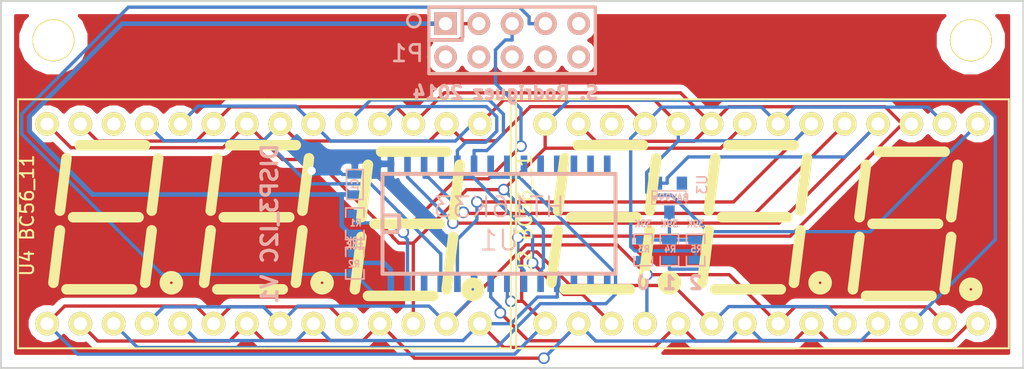
<source format=kicad_pcb>
(kicad_pcb (version 3) (host pcbnew "(2014-04-07 BZR 4791)-product")

  (general
    (links 71)
    (no_connects 0)
    (area 99.331118 82.12092 179.070203 115.145401)
    (thickness 1.6)
    (drawings 10)
    (tracks 313)
    (zones 0)
    (modules 13)
    (nets 41)
  )

  (page A4)
  (layers
    (15 F.Cu signal)
    (0 B.Cu signal)
    (16 B.Adhes user)
    (17 F.Adhes user)
    (18 B.Paste user)
    (19 F.Paste user)
    (20 B.SilkS user)
    (21 F.SilkS user)
    (22 B.Mask user)
    (23 F.Mask user)
    (24 Dwgs.User user)
    (25 Cmts.User user)
    (26 Eco1.User user)
    (27 Eco2.User user)
    (28 Edge.Cuts user)
  )

  (setup
    (last_trace_width 0.254)
    (trace_clearance 0.254)
    (zone_clearance 0.508)
    (zone_45_only no)
    (trace_min 0.254)
    (segment_width 0.2)
    (edge_width 0.15)
    (via_size 0.889)
    (via_drill 0.635)
    (via_min_size 0.889)
    (via_min_drill 0.508)
    (uvia_size 0.508)
    (uvia_drill 0.127)
    (uvias_allowed no)
    (uvia_min_size 0.508)
    (uvia_min_drill 0.127)
    (pcb_text_width 0.3)
    (pcb_text_size 1 1)
    (mod_edge_width 0.15)
    (mod_text_size 1 1)
    (mod_text_width 0.15)
    (pad_size 1 1)
    (pad_drill 0.6)
    (pad_to_mask_clearance 0.1)
    (aux_axis_origin 0 0)
    (visible_elements FFFFFF7F)
    (pcbplotparams
      (layerselection 284196865)
      (usegerberextensions true)
      (excludeedgelayer true)
      (linewidth 0.150000)
      (plotframeref false)
      (viasonmask false)
      (mode 1)
      (useauxorigin false)
      (hpglpennumber 1)
      (hpglpenspeed 20)
      (hpglpendiameter 15)
      (hpglpenoverlay 2)
      (psnegative false)
      (psa4output false)
      (plotreference true)
      (plotvalue true)
      (plotothertext true)
      (plotinvisibletext false)
      (padsonsilk false)
      (subtractmaskfromsilk false)
      (outputformat 1)
      (mirror false)
      (drillshape 0)
      (scaleselection 1)
      (outputdirectory OUTPUT/))
  )

  (net 0 "")
  (net 1 +5V)
  (net 2 /A)
  (net 3 /B)
  (net 4 /C)
  (net 5 /COM0)
  (net 6 /COM1)
  (net 7 /COM2)
  (net 8 /D)
  (net 9 /DP)
  (net 10 /E)
  (net 11 /F)
  (net 12 /G)
  (net 13 /SCL)
  (net 14 /SDA)
  (net 15 GND)
  (net 16 "Net-(P1-Pad2)")
  (net 17 "Net-(P1-Pad4)")
  (net 18 "Net-(P1-Pad6)")
  (net 19 "Net-(P1-Pad8)")
  (net 20 "Net-(P1-Pad9)")
  (net 21 "Net-(P1-Pad10)")
  (net 22 "Net-(P2-Pad1)")
  (net 23 "Net-(P3-Pad1)")
  (net 24 "Net-(R3-Pad2)")
  (net 25 "Net-(U1-Pad8)")
  (net 26 "Net-(U1-Pad9)")
  (net 27 "Net-(U1-Pad10)")
  (net 28 "Net-(U1-Pad11)")
  (net 29 "Net-(U1-Pad12)")
  (net 30 "Net-(U1-Pad13)")
  (net 31 "Net-(U1-Pad14)")
  (net 32 "Net-(U1-Pad15)")
  (net 33 "Net-(U1-Pad16)")
  (net 34 "Net-(U1-Pad17)")
  (net 35 "Net-(U2-Pad26)")
  (net 36 "Net-(U3-Pad3)")
  (net 37 /COM3)
  (net 38 /COM4)
  (net 39 /COM5)
  (net 40 "Net-(U4-Pad26)")

  (net_class Default "This is the default net class."
    (clearance 0.254)
    (trace_width 0.254)
    (via_dia 0.889)
    (via_drill 0.635)
    (uvia_dia 0.508)
    (uvia_drill 0.127)
    (add_net /A)
    (add_net /B)
    (add_net /C)
    (add_net /COM0)
    (add_net /COM1)
    (add_net /COM2)
    (add_net /COM3)
    (add_net /COM4)
    (add_net /COM5)
    (add_net /D)
    (add_net /DP)
    (add_net /E)
    (add_net /F)
    (add_net /G)
    (add_net /SCL)
    (add_net /SDA)
    (add_net GND)
    (add_net "Net-(P1-Pad10)")
    (add_net "Net-(P1-Pad2)")
    (add_net "Net-(P1-Pad4)")
    (add_net "Net-(P1-Pad6)")
    (add_net "Net-(P1-Pad8)")
    (add_net "Net-(P1-Pad9)")
    (add_net "Net-(P2-Pad1)")
    (add_net "Net-(P3-Pad1)")
    (add_net "Net-(R3-Pad2)")
    (add_net "Net-(U1-Pad10)")
    (add_net "Net-(U1-Pad11)")
    (add_net "Net-(U1-Pad12)")
    (add_net "Net-(U1-Pad13)")
    (add_net "Net-(U1-Pad14)")
    (add_net "Net-(U1-Pad15)")
    (add_net "Net-(U1-Pad16)")
    (add_net "Net-(U1-Pad17)")
    (add_net "Net-(U1-Pad8)")
    (add_net "Net-(U1-Pad9)")
    (add_net "Net-(U2-Pad26)")
    (add_net "Net-(U3-Pad3)")
    (add_net "Net-(U4-Pad26)")
  )

  (net_class POWEr ""
    (clearance 0.254)
    (trace_width 0.35)
    (via_dia 0.889)
    (via_drill 0.635)
    (uvia_dia 0.508)
    (uvia_drill 0.127)
    (add_net +5V)
  )

  (module SMD_Packages:SM0603 (layer B.Cu) (tedit 534555F5) (tstamp 534557BC)
    (at 127 101 90)
    (path /52A0EF43)
    (attr smd)
    (fp_text reference C1 (at 0 0 90) (layer B.SilkS)
      (effects (font (size 0.508 0.4572) (thickness 0.1143)) (justify mirror))
    )
    (fp_text value 0.1u (at 0 0 90) (layer B.SilkS) hide
      (effects (font (size 0.508 0.4572) (thickness 0.1143)) (justify mirror))
    )
    (fp_line (start -1.143 0.635) (end 1.143 0.635) (layer B.SilkS) (width 0.127))
    (fp_line (start 1.143 0.635) (end 1.143 -0.635) (layer B.SilkS) (width 0.127))
    (fp_line (start 1.143 -0.635) (end -1.143 -0.635) (layer B.SilkS) (width 0.127))
    (fp_line (start -1.143 -0.635) (end -1.143 0.635) (layer B.SilkS) (width 0.127))
    (pad 1 smd rect (at -0.762 0 90) (size 0.635 1.143) (layers B.Cu B.Paste B.Mask)
      (net 1 +5V))
    (pad 2 smd rect (at 0.762 0 90) (size 0.635 1.143) (layers B.Cu B.Paste B.Mask)
      (net 15 GND))
    (model smd\resistors\R0603.wrl
      (at (xyz 0 0 0.001))
      (scale (xyz 0.5 0.5 0.5))
      (rotate (xyz 0 0 0))
    )
  )

  (module Pin_Headers:Pin_Header_Straight_2x05 (layer B.Cu) (tedit 53456683) (tstamp 534557D2)
    (at 139 90)
    (descr "1 pin")
    (tags "CONN DEV")
    (path /5345478C)
    (fp_text reference P1 (at -8 1) (layer B.SilkS)
      (effects (font (size 1.27 1.27) (thickness 0.2032)) (justify mirror))
    )
    (fp_text value CONN_5X2 (at 0 0) (layer B.SilkS) hide
      (effects (font (size 1.27 1.27) (thickness 0.2032)) (justify mirror))
    )
    (fp_line (start -6.35 2.54) (end 6.35 2.54) (layer B.SilkS) (width 0.254))
    (fp_line (start 6.35 2.54) (end 6.35 -2.54) (layer B.SilkS) (width 0.254))
    (fp_line (start 6.35 -2.54) (end -3.81 -2.54) (layer B.SilkS) (width 0.254))
    (fp_line (start -6.35 2.54) (end -6.35 0) (layer B.SilkS) (width 0.254))
    (fp_line (start -6.35 -2.54) (end -3.81 -2.54) (layer B.SilkS) (width 0.254))
    (fp_line (start -6.35 0) (end -3.81 0) (layer B.SilkS) (width 0.254))
    (fp_line (start -3.81 0) (end -3.81 -2.54) (layer B.SilkS) (width 0.254))
    (fp_line (start -6.35 -2.54) (end -6.35 0) (layer B.SilkS) (width 0.254))
    (pad 1 thru_hole rect (at -5.08 -1.27) (size 1.7272 1.7272) (drill 1.016) (layers *.Cu *.Mask B.SilkS)
      (net 1 +5V))
    (pad 2 thru_hole oval (at -5.08 1.27) (size 1.7272 1.7272) (drill 1.016) (layers *.Cu *.Mask B.SilkS)
      (net 16 "Net-(P1-Pad2)"))
    (pad 3 thru_hole oval (at -2.54 -1.27) (size 1.7272 1.7272) (drill 1.016) (layers *.Cu *.Mask B.SilkS)
      (net 15 GND))
    (pad 4 thru_hole oval (at -2.54 1.27) (size 1.7272 1.7272) (drill 1.016) (layers *.Cu *.Mask B.SilkS)
      (net 17 "Net-(P1-Pad4)"))
    (pad 5 thru_hole oval (at 0 -1.27) (size 1.7272 1.7272) (drill 1.016) (layers *.Cu *.Mask B.SilkS)
      (net 14 /SDA))
    (pad 6 thru_hole oval (at 0 1.27) (size 1.7272 1.7272) (drill 1.016) (layers *.Cu *.Mask B.SilkS)
      (net 18 "Net-(P1-Pad6)"))
    (pad 7 thru_hole oval (at 2.54 -1.27) (size 1.7272 1.7272) (drill 1.016) (layers *.Cu *.Mask B.SilkS)
      (net 13 /SCL))
    (pad 8 thru_hole oval (at 2.54 1.27) (size 1.7272 1.7272) (drill 1.016) (layers *.Cu *.Mask B.SilkS)
      (net 19 "Net-(P1-Pad8)"))
    (pad 9 thru_hole oval (at 5.08 -1.27) (size 1.7272 1.7272) (drill 1.016) (layers *.Cu *.Mask B.SilkS)
      (net 20 "Net-(P1-Pad9)"))
    (pad 10 thru_hole oval (at 5.08 1.27) (size 1.7272 1.7272) (drill 1.016) (layers *.Cu *.Mask B.SilkS)
      (net 21 "Net-(P1-Pad10)"))
    (model Pin_Headers/Pin_Header_Straight_2x05.wrl
      (at (xyz 0 0 0))
      (scale (xyz 1 1 1))
      (rotate (xyz 0 0 0))
    )
  )

  (module SAUL:Mhole (layer F.Cu) (tedit 50212C8E) (tstamp 534557D7)
    (at 174 90)
    (path /53454C17)
    (fp_text reference P2 (at 0.44958 -4.09956) (layer F.SilkS) hide
      (effects (font (thickness 0.3048)))
    )
    (fp_text value CONN_1 (at 0.20066 -6.10108) (layer F.SilkS) hide
      (effects (font (thickness 0.3048)))
    )
    (pad 1 thru_hole circle (at 0 0) (size 3.2004 3.2004) (drill 2.99974) (layers *.Cu *.Mask F.SilkS)
      (net 22 "Net-(P2-Pad1)") (clearance 1.00076))
  )

  (module SAUL:Mhole (layer F.Cu) (tedit 50212C8E) (tstamp 534557DC)
    (at 104 90)
    (path /53454C2B)
    (fp_text reference P3 (at 0.44958 -4.09956) (layer F.SilkS) hide
      (effects (font (thickness 0.3048)))
    )
    (fp_text value CONN_1 (at 0.20066 -6.10108) (layer F.SilkS) hide
      (effects (font (thickness 0.3048)))
    )
    (pad 1 thru_hole circle (at 0 0) (size 3.2004 3.2004) (drill 2.99974) (layers *.Cu *.Mask F.SilkS)
      (net 23 "Net-(P3-Pad1)") (clearance 1.00076))
  )

  (module SMD_Packages:SM0603_Resistor (layer B.Cu) (tedit 534555F5) (tstamp 534557E8)
    (at 127 104 90)
    (path /52A0ED1F)
    (attr smd)
    (fp_text reference R1 (at 0.0635 0.0635 360) (layer B.SilkS)
      (effects (font (size 0.50038 0.4572) (thickness 0.1143)) (justify mirror))
    )
    (fp_text value 10K (at -1.69926 0 360) (layer B.SilkS)
      (effects (font (size 0.508 0.4572) (thickness 0.1143)) (justify mirror))
    )
    (fp_line (start -0.50038 0.6985) (end -1.2065 0.6985) (layer B.SilkS) (width 0.127))
    (fp_line (start -1.2065 0.6985) (end -1.2065 -0.6985) (layer B.SilkS) (width 0.127))
    (fp_line (start -1.2065 -0.6985) (end -0.50038 -0.6985) (layer B.SilkS) (width 0.127))
    (fp_line (start 1.2065 0.6985) (end 0.50038 0.6985) (layer B.SilkS) (width 0.127))
    (fp_line (start 1.2065 0.6985) (end 1.2065 -0.6985) (layer B.SilkS) (width 0.127))
    (fp_line (start 1.2065 -0.6985) (end 0.50038 -0.6985) (layer B.SilkS) (width 0.127))
    (pad 1 smd rect (at -0.762 0 90) (size 0.635 1.143) (layers B.Cu B.Paste B.Mask)
      (net 1 +5V))
    (pad 2 smd rect (at 0.762 0 90) (size 0.635 1.143) (layers B.Cu B.Paste B.Mask)
      (net 14 /SDA))
    (model smd\resistors\R0603.wrl
      (at (xyz 0 0 0.001))
      (scale (xyz 0.5 0.5 0.5))
      (rotate (xyz 0 0 0))
    )
  )

  (module SMD_Packages:SM0603_Resistor (layer B.Cu) (tedit 534555F5) (tstamp 534557F4)
    (at 127 107 270)
    (path /52A0ED2A)
    (attr smd)
    (fp_text reference R2 (at 0.0635 0.0635 540) (layer B.SilkS)
      (effects (font (size 0.50038 0.4572) (thickness 0.1143)) (justify mirror))
    )
    (fp_text value 10K (at -1.69926 0 540) (layer B.SilkS)
      (effects (font (size 0.508 0.4572) (thickness 0.1143)) (justify mirror))
    )
    (fp_line (start -0.50038 0.6985) (end -1.2065 0.6985) (layer B.SilkS) (width 0.127))
    (fp_line (start -1.2065 0.6985) (end -1.2065 -0.6985) (layer B.SilkS) (width 0.127))
    (fp_line (start -1.2065 -0.6985) (end -0.50038 -0.6985) (layer B.SilkS) (width 0.127))
    (fp_line (start 1.2065 0.6985) (end 0.50038 0.6985) (layer B.SilkS) (width 0.127))
    (fp_line (start 1.2065 0.6985) (end 1.2065 -0.6985) (layer B.SilkS) (width 0.127))
    (fp_line (start 1.2065 -0.6985) (end 0.50038 -0.6985) (layer B.SilkS) (width 0.127))
    (pad 1 smd rect (at -0.762 0 270) (size 0.635 1.143) (layers B.Cu B.Paste B.Mask)
      (net 1 +5V))
    (pad 2 smd rect (at 0.762 0 270) (size 0.635 1.143) (layers B.Cu B.Paste B.Mask)
      (net 13 /SCL))
    (model smd\resistors\R0603.wrl
      (at (xyz 0 0 0.001))
      (scale (xyz 0.5 0.5 0.5))
      (rotate (xyz 0 0 0))
    )
  )

  (module SMD_Packages:SM0603_Resistor (layer B.Cu) (tedit 534565D7) (tstamp 53455800)
    (at 149 106 90)
    (path /52A0E983)
    (attr smd)
    (fp_text reference R3 (at 0.0635 0.0635 360) (layer B.SilkS)
      (effects (font (size 0.50038 0.4572) (thickness 0.1143)) (justify mirror))
    )
    (fp_text value 39K (at 2 0 360) (layer B.SilkS)
      (effects (font (size 0.508 0.4572) (thickness 0.1143)) (justify mirror))
    )
    (fp_line (start -0.50038 0.6985) (end -1.2065 0.6985) (layer B.SilkS) (width 0.127))
    (fp_line (start -1.2065 0.6985) (end -1.2065 -0.6985) (layer B.SilkS) (width 0.127))
    (fp_line (start -1.2065 -0.6985) (end -0.50038 -0.6985) (layer B.SilkS) (width 0.127))
    (fp_line (start 1.2065 0.6985) (end 0.50038 0.6985) (layer B.SilkS) (width 0.127))
    (fp_line (start 1.2065 0.6985) (end 1.2065 -0.6985) (layer B.SilkS) (width 0.127))
    (fp_line (start 1.2065 -0.6985) (end 0.50038 -0.6985) (layer B.SilkS) (width 0.127))
    (pad 1 smd rect (at -0.762 0 90) (size 0.635 1.143) (layers B.Cu B.Paste B.Mask)
      (net 4 /C))
    (pad 2 smd rect (at 0.762 0 90) (size 0.635 1.143) (layers B.Cu B.Paste B.Mask)
      (net 24 "Net-(R3-Pad2)"))
    (model smd\resistors\R0603.wrl
      (at (xyz 0 0 0.001))
      (scale (xyz 0.5 0.5 0.5))
      (rotate (xyz 0 0 0))
    )
  )

  (module SMD_Packages:SM0603_Resistor (layer B.Cu) (tedit 534565DA) (tstamp 5345580C)
    (at 151 106 90)
    (path /52A0E97D)
    (attr smd)
    (fp_text reference R4 (at 0.0635 0.0635 360) (layer B.SilkS)
      (effects (font (size 0.50038 0.4572) (thickness 0.1143)) (justify mirror))
    )
    (fp_text value 39K (at 2 0 360) (layer B.SilkS)
      (effects (font (size 0.508 0.4572) (thickness 0.1143)) (justify mirror))
    )
    (fp_line (start -0.50038 0.6985) (end -1.2065 0.6985) (layer B.SilkS) (width 0.127))
    (fp_line (start -1.2065 0.6985) (end -1.2065 -0.6985) (layer B.SilkS) (width 0.127))
    (fp_line (start -1.2065 -0.6985) (end -0.50038 -0.6985) (layer B.SilkS) (width 0.127))
    (fp_line (start 1.2065 0.6985) (end 0.50038 0.6985) (layer B.SilkS) (width 0.127))
    (fp_line (start 1.2065 0.6985) (end 1.2065 -0.6985) (layer B.SilkS) (width 0.127))
    (fp_line (start 1.2065 -0.6985) (end 0.50038 -0.6985) (layer B.SilkS) (width 0.127))
    (pad 1 smd rect (at -0.762 0 90) (size 0.635 1.143) (layers B.Cu B.Paste B.Mask)
      (net 3 /B))
    (pad 2 smd rect (at 0.762 0 90) (size 0.635 1.143) (layers B.Cu B.Paste B.Mask)
      (net 24 "Net-(R3-Pad2)"))
    (model smd\resistors\R0603.wrl
      (at (xyz 0 0 0.001))
      (scale (xyz 0.5 0.5 0.5))
      (rotate (xyz 0 0 0))
    )
  )

  (module SMD_Packages:SM0603_Resistor (layer B.Cu) (tedit 534565E5) (tstamp 53455818)
    (at 153 106 90)
    (path /52A0E94A)
    (attr smd)
    (fp_text reference R5 (at 0.0635 0.0635 360) (layer B.SilkS)
      (effects (font (size 0.50038 0.4572) (thickness 0.1143)) (justify mirror))
    )
    (fp_text value 39K (at 2 0 360) (layer B.SilkS)
      (effects (font (size 0.508 0.4572) (thickness 0.1143)) (justify mirror))
    )
    (fp_line (start -0.50038 0.6985) (end -1.2065 0.6985) (layer B.SilkS) (width 0.127))
    (fp_line (start -1.2065 0.6985) (end -1.2065 -0.6985) (layer B.SilkS) (width 0.127))
    (fp_line (start -1.2065 -0.6985) (end -0.50038 -0.6985) (layer B.SilkS) (width 0.127))
    (fp_line (start 1.2065 0.6985) (end 0.50038 0.6985) (layer B.SilkS) (width 0.127))
    (fp_line (start 1.2065 0.6985) (end 1.2065 -0.6985) (layer B.SilkS) (width 0.127))
    (fp_line (start 1.2065 -0.6985) (end 0.50038 -0.6985) (layer B.SilkS) (width 0.127))
    (pad 1 smd rect (at -0.762 0 90) (size 0.635 1.143) (layers B.Cu B.Paste B.Mask)
      (net 2 /A))
    (pad 2 smd rect (at 0.762 0 90) (size 0.635 1.143) (layers B.Cu B.Paste B.Mask)
      (net 24 "Net-(R3-Pad2)"))
    (model smd\resistors\R0603.wrl
      (at (xyz 0 0 0.001))
      (scale (xyz 0.5 0.5 0.5))
      (rotate (xyz 0 0 0))
    )
  )

  (module SMD_Packages:SO28 (layer B.Cu) (tedit 534555F5) (tstamp 53455840)
    (at 138 104)
    (descr "Module CMS SO 28 pins large")
    (tags "CMS SOJ SO SOIC")
    (path /52A0D9DC)
    (attr smd)
    (fp_text reference U1 (at 0 1.26492) (layer B.SilkS)
      (effects (font (thickness 0.1524)) (justify mirror))
    )
    (fp_text value HT16K33 (at 0 -1.27) (layer B.SilkS)
      (effects (font (thickness 0.1524)) (justify mirror))
    )
    (fp_line (start 8.89 2.54) (end 8.89 -3.81) (layer B.SilkS) (width 0.3048))
    (fp_line (start 8.89 -3.81) (end -8.89 -3.81) (layer B.SilkS) (width 0.3048))
    (fp_line (start -8.89 -3.81) (end -8.89 3.81) (layer B.SilkS) (width 0.3048))
    (fp_line (start -8.89 3.81) (end 8.89 3.81) (layer B.SilkS) (width 0.3048))
    (fp_line (start 8.89 3.81) (end 8.89 2.54) (layer B.SilkS) (width 0.3048))
    (fp_line (start -8.89 0.635) (end -7.62 0.635) (layer B.SilkS) (width 0.3048))
    (fp_line (start -7.62 0.635) (end -7.62 -0.635) (layer B.SilkS) (width 0.3048))
    (fp_line (start -7.62 -0.635) (end -8.89 -0.635) (layer B.SilkS) (width 0.3048))
    (pad 1 smd rect (at -8.255 -4.572) (size 0.508 1.27) (layers B.Cu B.Paste B.Mask)
      (net 15 GND))
    (pad 2 smd rect (at -6.985 -4.572) (size 0.508 1.27) (layers B.Cu B.Paste B.Mask)
      (net 5 /COM0))
    (pad 3 smd rect (at -5.715 -4.572) (size 0.508 1.27) (layers B.Cu B.Paste B.Mask)
      (net 6 /COM1))
    (pad 4 smd rect (at -4.445 -4.572) (size 0.508 1.27) (layers B.Cu B.Paste B.Mask)
      (net 7 /COM2))
    (pad 5 smd rect (at -3.175 -4.572) (size 0.508 1.27) (layers B.Cu B.Paste B.Mask)
      (net 37 /COM3))
    (pad 6 smd rect (at -1.905 -4.572) (size 0.508 1.27) (layers B.Cu B.Paste B.Mask)
      (net 38 /COM4))
    (pad 7 smd rect (at -0.635 -4.572) (size 0.508 1.27) (layers B.Cu B.Paste B.Mask)
      (net 39 /COM5))
    (pad 8 smd rect (at 0.635 -4.572) (size 0.508 1.27) (layers B.Cu B.Paste B.Mask)
      (net 25 "Net-(U1-Pad8)"))
    (pad 9 smd rect (at 1.905 -4.572) (size 0.508 1.27) (layers B.Cu B.Paste B.Mask)
      (net 26 "Net-(U1-Pad9)"))
    (pad 10 smd rect (at 3.175 -4.572) (size 0.508 1.27) (layers B.Cu B.Paste B.Mask)
      (net 27 "Net-(U1-Pad10)"))
    (pad 11 smd rect (at 4.445 -4.572) (size 0.508 1.27) (layers B.Cu B.Paste B.Mask)
      (net 28 "Net-(U1-Pad11)"))
    (pad 12 smd rect (at 5.715 -4.572) (size 0.508 1.27) (layers B.Cu B.Paste B.Mask)
      (net 29 "Net-(U1-Pad12)"))
    (pad 13 smd rect (at 6.985 -4.572) (size 0.508 1.27) (layers B.Cu B.Paste B.Mask)
      (net 30 "Net-(U1-Pad13)"))
    (pad 14 smd rect (at 8.255 -4.572) (size 0.508 1.27) (layers B.Cu B.Paste B.Mask)
      (net 31 "Net-(U1-Pad14)"))
    (pad 15 smd rect (at 8.255 4.572) (size 0.508 1.27) (layers B.Cu B.Paste B.Mask)
      (net 32 "Net-(U1-Pad15)"))
    (pad 16 smd rect (at 6.985 4.572) (size 0.508 1.27) (layers B.Cu B.Paste B.Mask)
      (net 33 "Net-(U1-Pad16)"))
    (pad 17 smd rect (at 5.715 4.572) (size 0.508 1.27) (layers B.Cu B.Paste B.Mask)
      (net 34 "Net-(U1-Pad17)"))
    (pad 18 smd rect (at 4.445 4.572) (size 0.508 1.27) (layers B.Cu B.Paste B.Mask)
      (net 9 /DP))
    (pad 19 smd rect (at 3.175 4.572) (size 0.508 1.27) (layers B.Cu B.Paste B.Mask)
      (net 12 /G))
    (pad 20 smd rect (at 1.905 4.572) (size 0.508 1.27) (layers B.Cu B.Paste B.Mask)
      (net 11 /F))
    (pad 21 smd rect (at 0.635 4.572) (size 0.508 1.27) (layers B.Cu B.Paste B.Mask)
      (net 10 /E))
    (pad 22 smd rect (at -0.635 4.572) (size 0.508 1.27) (layers B.Cu B.Paste B.Mask)
      (net 8 /D))
    (pad 23 smd rect (at -1.905 4.572) (size 0.508 1.27) (layers B.Cu B.Paste B.Mask)
      (net 4 /C))
    (pad 24 smd rect (at -3.175 4.572) (size 0.508 1.27) (layers B.Cu B.Paste B.Mask)
      (net 3 /B))
    (pad 25 smd rect (at -4.445 4.572) (size 0.508 1.27) (layers B.Cu B.Paste B.Mask)
      (net 2 /A))
    (pad 26 smd rect (at -5.715 4.572) (size 0.508 1.27) (layers B.Cu B.Paste B.Mask)
      (net 13 /SCL))
    (pad 27 smd rect (at -6.985 4.572) (size 0.508 1.27) (layers B.Cu B.Paste B.Mask)
      (net 14 /SDA))
    (pad 28 smd rect (at -8.255 4.572) (size 0.508 1.27) (layers B.Cu B.Paste B.Mask)
      (net 1 +5V))
    (model smd/cms_soj28.wrl
      (at (xyz 0 0 0))
      (scale (xyz 0.5 0.55 0.5))
      (rotate (xyz 0 0 0))
    )
  )

  (module SAUL:BC56_11 (layer F.Cu) (tedit 53456518) (tstamp 53455880)
    (at 172 104)
    (path /52A0DBCF)
    (fp_text reference U2 (at -32 3 90) (layer F.SilkS)
      (effects (font (size 1 1) (thickness 0.15)))
    )
    (fp_text value BC56_11 (at -32 -2 270) (layer F.SilkS)
      (effects (font (size 1 1) (thickness 0.15)))
    )
    (fp_line (start -32.7 9.5) (end -32.7 -9.5) (layer F.SilkS) (width 0.15))
    (fp_line (start 4.9 0) (end 4.9 9.5) (layer F.SilkS) (width 0.15))
    (fp_line (start 4.9 0) (end 4.9 -9.5) (layer F.SilkS) (width 0.15))
    (fp_circle (center 2 5) (end 2 4.5) (layer F.SilkS) (width 0.8))
    (fp_line (start -6.5 1) (end -7 5) (layer F.SilkS) (width 0.8))
    (fp_line (start 0.5 1) (end 0 5) (layer F.SilkS) (width 0.8))
    (fp_line (start 1 -4.5) (end 0.5 -0.5) (layer F.SilkS) (width 0.8))
    (fp_line (start -6 -4.5) (end -6.5 -0.5) (layer F.SilkS) (width 0.8))
    (fp_line (start -6 5.5) (end -1 5.5) (layer F.SilkS) (width 0.8))
    (fp_line (start -5 -5.5) (end 0 -5.5) (layer F.SilkS) (width 0.8))
    (fp_line (start -5.5 0) (end -0.5 0) (layer F.SilkS) (width 0.8))
    (fp_line (start -17 -0.5) (end -12 -0.5) (layer F.SilkS) (width 0.8))
    (fp_line (start -16.5 -6) (end -11.5 -6) (layer F.SilkS) (width 0.8))
    (fp_line (start -17.5 5) (end -12.5 5) (layer F.SilkS) (width 0.8))
    (fp_line (start -17.5 -5) (end -18 -1) (layer F.SilkS) (width 0.8))
    (fp_line (start -10.5 -5) (end -11 -1) (layer F.SilkS) (width 0.8))
    (fp_line (start -11 0.5) (end -11.5 4.5) (layer F.SilkS) (width 0.8))
    (fp_line (start -18 0.5) (end -18.5 4.5) (layer F.SilkS) (width 0.8))
    (fp_circle (center -9.5 4.5) (end -9.5 4) (layer F.SilkS) (width 0.8))
    (fp_circle (center -21 4.5) (end -21 4) (layer F.SilkS) (width 0.8))
    (fp_line (start -29.5 0.5) (end -30 4.5) (layer F.SilkS) (width 0.8))
    (fp_line (start -22.5 0.5) (end -23 4.5) (layer F.SilkS) (width 0.8))
    (fp_line (start -22 -5) (end -22.5 -1) (layer F.SilkS) (width 0.8))
    (fp_line (start -29 -5) (end -29.5 -1) (layer F.SilkS) (width 0.8))
    (fp_line (start -29 5) (end -24 5) (layer F.SilkS) (width 0.8))
    (fp_line (start -28 -6) (end -23 -6) (layer F.SilkS) (width 0.8))
    (fp_line (start -28.5 -0.5) (end -23.5 -0.5) (layer F.SilkS) (width 0.8))
    (fp_line (start -32.7 -7.6) (end -32.7 7.6) (layer F.SilkS) (width 0.15))
    (fp_line (start -32.7 9.5) (end -13.9 9.5) (layer F.SilkS) (width 0.15))
    (fp_line (start -13.9 9.5) (end 4.9 9.5) (layer F.SilkS) (width 0.15))
    (fp_line (start -13.9 -9.5) (end 4.9 -9.5) (layer F.SilkS) (width 0.15))
    (fp_line (start -32.7 -9.5) (end -13.9 -9.5) (layer F.SilkS) (width 0.15))
    (pad 1 thru_hole circle (at -30.48 7.62) (size 1.8 1.8) (drill 1) (layers *.Cu *.Mask F.SilkS)
      (net 10 /E))
    (pad 2 thru_hole circle (at -27.94 7.62) (size 1.8 1.8) (drill 1) (layers *.Cu *.Mask F.SilkS)
      (net 8 /D))
    (pad 3 thru_hole circle (at -25.4 7.62) (size 1.8 1.8) (drill 1) (layers *.Cu *.Mask F.SilkS)
      (net 7 /COM2))
    (pad 4 thru_hole circle (at -22.86 7.62) (size 1.8 1.8) (drill 1) (layers *.Cu *.Mask F.SilkS)
      (net 4 /C))
    (pad 5 thru_hole circle (at -20.32 7.62) (size 1.8 1.8) (drill 1) (layers *.Cu *.Mask F.SilkS)
      (net 9 /DP))
    (pad 6 thru_hole circle (at -17.78 7.62) (size 1.8 1.8) (drill 1) (layers *.Cu *.Mask F.SilkS)
      (net 10 /E))
    (pad 7 thru_hole circle (at -15.24 7.62) (size 1.8 1.8) (drill 1) (layers *.Cu *.Mask F.SilkS)
      (net 8 /D))
    (pad 8 thru_hole circle (at -12.7 7.62) (size 1.8 1.8) (drill 1) (layers *.Cu *.Mask F.SilkS)
      (net 4 /C))
    (pad 9 thru_hole circle (at -10.16 7.62) (size 1.8 1.8) (drill 1) (layers *.Cu *.Mask F.SilkS)
      (net 9 /DP))
    (pad 10 thru_hole circle (at -7.62 7.62) (size 1.8 1.8) (drill 1) (layers *.Cu *.Mask F.SilkS)
      (net 10 /E))
    (pad 11 thru_hole circle (at -5.08 7.62) (size 1.8 1.8) (drill 1) (layers *.Cu *.Mask F.SilkS)
      (net 8 /D))
    (pad 12 thru_hole circle (at -2.54 7.62) (size 1.8 1.8) (drill 1) (layers *.Cu *.Mask F.SilkS)
      (net 12 /G))
    (pad 13 thru_hole circle (at 0 7.62) (size 1.8 1.8) (drill 1) (layers *.Cu *.Mask F.SilkS)
      (net 4 /C))
    (pad 14 thru_hole circle (at 2.54 7.62) (size 1.8 1.8) (drill 1) (layers *.Cu *.Mask F.SilkS)
      (net 9 /DP))
    (pad 15 thru_hole circle (at 2.54 -7.62) (size 1.8 1.8) (drill 1) (layers *.Cu *.Mask F.SilkS)
      (net 3 /B))
    (pad 16 thru_hole circle (at 0 -7.62) (size 1.8 1.8) (drill 1) (layers *.Cu *.Mask F.SilkS)
      (net 2 /A))
    (pad 17 thru_hole circle (at -2.54 -7.62) (size 1.8 1.8) (drill 1) (layers *.Cu *.Mask F.SilkS)
      (net 11 /F))
    (pad 18 thru_hole circle (at -5.08 -7.62) (size 1.8 1.8) (drill 1) (layers *.Cu *.Mask F.SilkS)
      (net 5 /COM0))
    (pad 19 thru_hole circle (at -7.62 -7.62) (size 1.8 1.8) (drill 1) (layers *.Cu *.Mask F.SilkS)
      (net 6 /COM1))
    (pad 20 thru_hole circle (at -10.16 -7.62) (size 1.8 1.8) (drill 1) (layers *.Cu *.Mask F.SilkS)
      (net 3 /B))
    (pad 21 thru_hole circle (at -12.7 -7.62) (size 1.8 1.8) (drill 1) (layers *.Cu *.Mask F.SilkS)
      (net 2 /A))
    (pad 22 thru_hole circle (at -15.24 -7.62) (size 1.8 1.8) (drill 1) (layers *.Cu *.Mask F.SilkS)
      (net 12 /G))
    (pad 23 thru_hole circle (at -17.78 -7.62) (size 1.8 1.8) (drill 1) (layers *.Cu *.Mask F.SilkS)
      (net 11 /F))
    (pad 24 thru_hole circle (at -20.32 -7.62) (size 1.8 1.8) (drill 1) (layers *.Cu *.Mask F.SilkS)
      (net 3 /B))
    (pad 25 thru_hole circle (at -22.86 -7.62) (size 1.8 1.8) (drill 1) (layers *.Cu *.Mask F.SilkS)
      (net 2 /A))
    (pad 26 thru_hole circle (at -25.4 -7.62) (size 1.8 1.8) (drill 1) (layers *.Cu *.Mask F.SilkS)
      (net 35 "Net-(U2-Pad26)"))
    (pad 27 thru_hole circle (at -27.94 -7.62) (size 1.8 1.8) (drill 1) (layers *.Cu *.Mask F.SilkS)
      (net 11 /F))
    (pad 28 thru_hole circle (at -30.48 -7.62) (size 1.8 1.8) (drill 1) (layers *.Cu *.Mask F.SilkS)
      (net 12 /G))
  )

  (module SMD_Packages:SOT23-SPECIAL (layer B.Cu) (tedit 534565F1) (tstamp 5345588C)
    (at 151 102)
    (descr "SZOT23 with PIN 2 and 3 swapped, for Diodes")
    (tags SOT23)
    (path /534548E6)
    (attr smd)
    (fp_text reference U3 (at 2.5 -1 270) (layer B.SilkS)
      (effects (font (size 0.762 0.762) (thickness 0.11938)) (justify mirror))
    )
    (fp_text value BAV99W (at 0.0635 0) (layer B.SilkS)
      (effects (font (size 0.50038 0.50038) (thickness 0.09906)) (justify mirror))
    )
    (fp_circle (center -1.12522 -0.29972) (end -1.12522 -0.50038) (layer B.SilkS) (width 0.07874))
    (fp_line (start 1.27 0.508) (end 1.27 -0.508) (layer B.SilkS) (width 0.07874))
    (fp_line (start -1.3335 0.508) (end -1.3335 -0.508) (layer B.SilkS) (width 0.07874))
    (fp_line (start 1.27 -0.508) (end -1.3335 -0.508) (layer B.SilkS) (width 0.07874))
    (fp_line (start -1.3335 0.508) (end 1.27 0.508) (layer B.SilkS) (width 0.07874))
    (pad 2 smd rect (at 0 1.09982) (size 0.8001 1.00076) (layers B.Cu B.Paste B.Mask)
      (net 24 "Net-(R3-Pad2)"))
    (pad 3 smd rect (at 0.9525 -1.09982) (size 0.8001 1.00076) (layers B.Cu B.Paste B.Mask)
      (net 36 "Net-(U3-Pad3)"))
    (pad 1 smd rect (at -0.9525 -1.09982) (size 0.8001 1.00076) (layers B.Cu B.Paste B.Mask)
      (net 5 /COM0))
    (model smd\SOT23_3.wrl
      (at (xyz 0 0 0))
      (scale (xyz 0.4 0.4 0.4))
      (rotate (xyz 0 0 180))
    )
  )

  (module SAUL:BC56_11 (layer F.Cu) (tedit 53459241) (tstamp 53458E13)
    (at 134 104)
    (path /53458B83)
    (fp_text reference U4 (at -32 3 90) (layer F.SilkS)
      (effects (font (size 1 1) (thickness 0.15)))
    )
    (fp_text value BC56_11 (at -32 -2 90) (layer F.SilkS)
      (effects (font (size 1 1) (thickness 0.15)))
    )
    (fp_line (start -32.7 9.5) (end -32.7 -9.5) (layer F.SilkS) (width 0.15))
    (fp_line (start 4.9 0) (end 4.9 9.5) (layer F.SilkS) (width 0.15))
    (fp_line (start 4.9 0) (end 4.9 -9.5) (layer F.SilkS) (width 0.15))
    (fp_circle (center 2 5) (end 2 4.5) (layer F.SilkS) (width 0.8))
    (fp_line (start -6.5 1) (end -7 5) (layer F.SilkS) (width 0.8))
    (fp_line (start 0.5 1) (end 0 5) (layer F.SilkS) (width 0.8))
    (fp_line (start 1 -4.5) (end 0.5 -0.5) (layer F.SilkS) (width 0.8))
    (fp_line (start -6 -4.5) (end -6.5 -0.5) (layer F.SilkS) (width 0.8))
    (fp_line (start -6 5.5) (end -1 5.5) (layer F.SilkS) (width 0.8))
    (fp_line (start -5 -5.5) (end 0 -5.5) (layer F.SilkS) (width 0.8))
    (fp_line (start -5.5 0) (end -0.5 0) (layer F.SilkS) (width 0.8))
    (fp_line (start -17 -0.5) (end -12 -0.5) (layer F.SilkS) (width 0.8))
    (fp_line (start -16.5 -6) (end -11.5 -6) (layer F.SilkS) (width 0.8))
    (fp_line (start -17.5 5) (end -12.5 5) (layer F.SilkS) (width 0.8))
    (fp_line (start -17.5 -5) (end -18 -1) (layer F.SilkS) (width 0.8))
    (fp_line (start -10.5 -5) (end -11 -1) (layer F.SilkS) (width 0.8))
    (fp_line (start -11 0.5) (end -11.5 4.5) (layer F.SilkS) (width 0.8))
    (fp_line (start -18 0.5) (end -18.5 4.5) (layer F.SilkS) (width 0.8))
    (fp_circle (center -9.5 4.5) (end -9.5 4) (layer F.SilkS) (width 0.8))
    (fp_circle (center -21 4.5) (end -21 4) (layer F.SilkS) (width 0.8))
    (fp_line (start -29.5 0.5) (end -30 4.5) (layer F.SilkS) (width 0.8))
    (fp_line (start -22.5 0.5) (end -23 4.5) (layer F.SilkS) (width 0.8))
    (fp_line (start -22 -5) (end -22.5 -1) (layer F.SilkS) (width 0.8))
    (fp_line (start -29 -5) (end -29.5 -1) (layer F.SilkS) (width 0.8))
    (fp_line (start -29 5) (end -24 5) (layer F.SilkS) (width 0.8))
    (fp_line (start -28 -6) (end -23 -6) (layer F.SilkS) (width 0.8))
    (fp_line (start -28.5 -0.5) (end -23.5 -0.5) (layer F.SilkS) (width 0.8))
    (fp_line (start -32.7 -7.6) (end -32.7 7.6) (layer F.SilkS) (width 0.15))
    (fp_line (start -32.7 9.5) (end -13.9 9.5) (layer F.SilkS) (width 0.15))
    (fp_line (start -13.9 9.5) (end 4.9 9.5) (layer F.SilkS) (width 0.15))
    (fp_line (start -13.9 -9.5) (end 4.9 -9.5) (layer F.SilkS) (width 0.15))
    (fp_line (start -32.7 -9.5) (end -13.9 -9.5) (layer F.SilkS) (width 0.15))
    (pad 1 thru_hole circle (at -30.48 7.62) (size 1.8 1.8) (drill 1) (layers *.Cu *.Mask F.SilkS)
      (net 10 /E))
    (pad 2 thru_hole circle (at -27.94 7.62) (size 1.8 1.8) (drill 1) (layers *.Cu *.Mask F.SilkS)
      (net 8 /D))
    (pad 3 thru_hole circle (at -25.4 7.62) (size 1.8 1.8) (drill 1) (layers *.Cu *.Mask F.SilkS)
      (net 39 /COM5))
    (pad 4 thru_hole circle (at -22.86 7.62) (size 1.8 1.8) (drill 1) (layers *.Cu *.Mask F.SilkS)
      (net 4 /C))
    (pad 5 thru_hole circle (at -20.32 7.62) (size 1.8 1.8) (drill 1) (layers *.Cu *.Mask F.SilkS)
      (net 9 /DP))
    (pad 6 thru_hole circle (at -17.78 7.62) (size 1.8 1.8) (drill 1) (layers *.Cu *.Mask F.SilkS)
      (net 10 /E))
    (pad 7 thru_hole circle (at -15.24 7.62) (size 1.8 1.8) (drill 1) (layers *.Cu *.Mask F.SilkS)
      (net 8 /D))
    (pad 8 thru_hole circle (at -12.7 7.62) (size 1.8 1.8) (drill 1) (layers *.Cu *.Mask F.SilkS)
      (net 4 /C))
    (pad 9 thru_hole circle (at -10.16 7.62) (size 1.8 1.8) (drill 1) (layers *.Cu *.Mask F.SilkS)
      (net 9 /DP))
    (pad 10 thru_hole circle (at -7.62 7.62) (size 1.8 1.8) (drill 1) (layers *.Cu *.Mask F.SilkS)
      (net 10 /E))
    (pad 11 thru_hole circle (at -5.08 7.62) (size 1.8 1.8) (drill 1) (layers *.Cu *.Mask F.SilkS)
      (net 8 /D))
    (pad 12 thru_hole circle (at -2.54 7.62) (size 1.8 1.8) (drill 1) (layers *.Cu *.Mask F.SilkS)
      (net 12 /G))
    (pad 13 thru_hole circle (at 0 7.62) (size 1.8 1.8) (drill 1) (layers *.Cu *.Mask F.SilkS)
      (net 4 /C))
    (pad 14 thru_hole circle (at 2.54 7.62) (size 1.8 1.8) (drill 1) (layers *.Cu *.Mask F.SilkS)
      (net 9 /DP))
    (pad 15 thru_hole circle (at 2.54 -7.62) (size 1.8 1.8) (drill 1) (layers *.Cu *.Mask F.SilkS)
      (net 3 /B))
    (pad 16 thru_hole circle (at 0 -7.62) (size 1.8 1.8) (drill 1) (layers *.Cu *.Mask F.SilkS)
      (net 2 /A))
    (pad 17 thru_hole circle (at -2.54 -7.62) (size 1.8 1.8) (drill 1) (layers *.Cu *.Mask F.SilkS)
      (net 11 /F))
    (pad 18 thru_hole circle (at -5.08 -7.62) (size 1.8 1.8) (drill 1) (layers *.Cu *.Mask F.SilkS)
      (net 37 /COM3))
    (pad 19 thru_hole circle (at -7.62 -7.62) (size 1.8 1.8) (drill 1) (layers *.Cu *.Mask F.SilkS)
      (net 38 /COM4))
    (pad 20 thru_hole circle (at -10.16 -7.62) (size 1.8 1.8) (drill 1) (layers *.Cu *.Mask F.SilkS)
      (net 3 /B))
    (pad 21 thru_hole circle (at -12.7 -7.62) (size 1.8 1.8) (drill 1) (layers *.Cu *.Mask F.SilkS)
      (net 2 /A))
    (pad 22 thru_hole circle (at -15.24 -7.62) (size 1.8 1.8) (drill 1) (layers *.Cu *.Mask F.SilkS)
      (net 12 /G))
    (pad 23 thru_hole circle (at -17.78 -7.62) (size 1.8 1.8) (drill 1) (layers *.Cu *.Mask F.SilkS)
      (net 11 /F))
    (pad 24 thru_hole circle (at -20.32 -7.62) (size 1.8 1.8) (drill 1) (layers *.Cu *.Mask F.SilkS)
      (net 3 /B))
    (pad 25 thru_hole circle (at -22.86 -7.62) (size 1.8 1.8) (drill 1) (layers *.Cu *.Mask F.SilkS)
      (net 2 /A))
    (pad 26 thru_hole circle (at -25.4 -7.62) (size 1.8 1.8) (drill 1) (layers *.Cu *.Mask F.SilkS)
      (net 40 "Net-(U4-Pad26)"))
    (pad 27 thru_hole circle (at -27.94 -7.62) (size 1.8 1.8) (drill 1) (layers *.Cu *.Mask F.SilkS)
      (net 11 /F))
    (pad 28 thru_hole circle (at -30.48 -7.62) (size 1.8 1.8) (drill 1) (layers *.Cu *.Mask F.SilkS)
      (net 12 /G))
  )

  (gr_line (start 100 115) (end 100 87) (angle 90) (layer Edge.Cuts) (width 0.15))
  (gr_line (start 178 115) (end 100 115) (angle 90) (layer Edge.Cuts) (width 0.15))
  (gr_line (start 178 87) (end 178 115) (angle 90) (layer Edge.Cuts) (width 0.15))
  (gr_line (start 100 87) (end 178 87) (angle 90) (layer Edge.Cuts) (width 0.15))
  (gr_text "S. Rodriguez 2014" (at 138.5 94) (layer B.SilkS)
    (effects (font (size 1 1) (thickness 0.25)) (justify mirror))
  )
  (gr_text "DISP3_I2C V1" (at 120.5 104 90) (layer B.SilkS)
    (effects (font (size 1.2 1.2) (thickness 0.25)) (justify mirror))
  )
  (gr_text 2 (at 153 108.5) (layer B.SilkS)
    (effects (font (size 1 1) (thickness 0.25)) (justify mirror))
  )
  (gr_text 1 (at 151 108.5) (layer B.SilkS)
    (effects (font (size 1 1) (thickness 0.25)) (justify mirror))
  )
  (gr_text 0 (at 149 108.5) (layer B.SilkS)
    (effects (font (size 1 1) (thickness 0.25)) (justify mirror))
  )
  (gr_circle (center 131.5 88.5) (end 132 88.5) (layer B.SilkS) (width 0.2))

  (segment (start 127 106.238) (end 127 105.5088) (width 0.35) (layer B.Cu) (net 1))
  (segment (start 129.2221 106.9848) (end 127 106.9848) (width 0.35) (layer B.Cu) (net 1))
  (segment (start 129.745 107.5077) (end 129.2221 106.9848) (width 0.35) (layer B.Cu) (net 1))
  (segment (start 129.745 108.572) (end 129.745 107.5077) (width 0.35) (layer B.Cu) (net 1))
  (segment (start 127 106.238) (end 127 106.9848) (width 0.35) (layer B.Cu) (net 1))
  (segment (start 127 104.762) (end 127 105.1354) (width 0.35) (layer B.Cu) (net 1))
  (segment (start 127 105.1354) (end 127 105.5088) (width 0.35) (layer B.Cu) (net 1))
  (segment (start 125.9992 104.1346) (end 125.9992 101.762) (width 0.35) (layer B.Cu) (net 1))
  (segment (start 127 105.1354) (end 125.9992 104.1346) (width 0.35) (layer B.Cu) (net 1))
  (segment (start 127 101.762) (end 125.9992 101.762) (width 0.35) (layer B.Cu) (net 1))
  (segment (start 106.9889 101.762) (end 125.9992 101.762) (width 0.35) (layer B.Cu) (net 1))
  (segment (start 102.153 96.9261) (end 106.9889 101.762) (width 0.35) (layer B.Cu) (net 1))
  (segment (start 102.153 95.8279) (end 102.153 96.9261) (width 0.35) (layer B.Cu) (net 1))
  (segment (start 109.2509 88.73) (end 102.153 95.8279) (width 0.35) (layer B.Cu) (net 1))
  (segment (start 133.92 88.73) (end 109.2509 88.73) (width 0.35) (layer B.Cu) (net 1))
  (segment (start 160.582 95.098) (end 159.3 96.38) (width 0.254) (layer B.Cu) (net 2))
  (segment (start 170.718 95.098) (end 160.582 95.098) (width 0.254) (layer B.Cu) (net 2))
  (segment (start 172 96.38) (end 170.718 95.098) (width 0.254) (layer B.Cu) (net 2))
  (segment (start 132.6962 97.6838) (end 134 96.38) (width 0.254) (layer F.Cu) (net 2))
  (segment (start 122.6038 97.6838) (end 132.6962 97.6838) (width 0.254) (layer F.Cu) (net 2))
  (segment (start 121.3 96.38) (end 122.6038 97.6838) (width 0.254) (layer F.Cu) (net 2))
  (segment (start 150.4214 95.0986) (end 149.14 96.38) (width 0.254) (layer B.Cu) (net 2))
  (segment (start 158.0186 95.0986) (end 150.4214 95.0986) (width 0.254) (layer B.Cu) (net 2))
  (segment (start 159.3 96.38) (end 158.0186 95.0986) (width 0.254) (layer B.Cu) (net 2))
  (segment (start 148.3611 106.0632) (end 153 106.0632) (width 0.254) (layer B.Cu) (net 2))
  (segment (start 148.0471 105.7492) (end 148.3611 106.0632) (width 0.254) (layer B.Cu) (net 2))
  (segment (start 148.0471 97.4729) (end 148.0471 105.7492) (width 0.254) (layer B.Cu) (net 2))
  (segment (start 149.14 96.38) (end 148.0471 97.4729) (width 0.254) (layer B.Cu) (net 2))
  (segment (start 153 106.762) (end 153 106.0632) (width 0.254) (layer B.Cu) (net 2))
  (segment (start 147.823 95.063) (end 149.14 96.38) (width 0.254) (layer F.Cu) (net 2))
  (segment (start 140.3919 95.063) (end 147.823 95.063) (width 0.254) (layer F.Cu) (net 2))
  (segment (start 137.7896 97.6653) (end 140.3919 95.063) (width 0.254) (layer F.Cu) (net 2))
  (segment (start 135.2853 97.6653) (end 137.7896 97.6653) (width 0.254) (layer F.Cu) (net 2))
  (segment (start 134 96.38) (end 135.2853 97.6653) (width 0.254) (layer F.Cu) (net 2))
  (segment (start 120.1147 97.6613) (end 120.1458 97.6302) (width 0.254) (layer B.Cu) (net 2))
  (segment (start 112.4213 97.6613) (end 120.1147 97.6613) (width 0.254) (layer B.Cu) (net 2))
  (segment (start 111.14 96.38) (end 112.4213 97.6613) (width 0.254) (layer B.Cu) (net 2))
  (segment (start 120.1458 97.5342) (end 120.1458 97.6302) (width 0.254) (layer B.Cu) (net 2))
  (segment (start 121.3 96.38) (end 120.1458 97.5342) (width 0.254) (layer B.Cu) (net 2))
  (segment (start 133.555 106.3007) (end 133.555 108.572) (width 0.254) (layer B.Cu) (net 2))
  (segment (start 128.207 100.9527) (end 133.555 106.3007) (width 0.254) (layer B.Cu) (net 2))
  (segment (start 123.4683 100.9527) (end 128.207 100.9527) (width 0.254) (layer B.Cu) (net 2))
  (segment (start 120.1458 97.6302) (end 123.4683 100.9527) (width 0.254) (layer B.Cu) (net 2))
  (via (at 136.3128 102.3338) (size 0.889) (layers F.Cu B.Cu) (net 3))
  (segment (start 151 106.762) (end 151 107.4608) (width 0.254) (layer B.Cu) (net 3))
  (segment (start 155.8862 102.3338) (end 136.3128 102.3338) (width 0.254) (layer F.Cu) (net 3))
  (segment (start 161.84 96.38) (end 155.8862 102.3338) (width 0.254) (layer F.Cu) (net 3))
  (segment (start 160.5545 97.6655) (end 161.84 96.38) (width 0.254) (layer B.Cu) (net 3))
  (segment (start 151.68 97.6655) (end 160.5545 97.6655) (width 0.254) (layer B.Cu) (net 3))
  (segment (start 151.68 96.38) (end 151.68 97.6655) (width 0.254) (layer B.Cu) (net 3))
  (segment (start 166.3201 104.5999) (end 153.9529 104.5999) (width 0.254) (layer B.Cu) (net 3))
  (segment (start 174.54 96.38) (end 166.3201 104.5999) (width 0.254) (layer B.Cu) (net 3))
  (segment (start 151.1623 101.8093) (end 153.9529 104.5999) (width 0.254) (layer B.Cu) (net 3))
  (segment (start 149.4893 101.8093) (end 151.1623 101.8093) (width 0.254) (layer B.Cu) (net 3))
  (segment (start 149.2661 101.5861) (end 149.4893 101.8093) (width 0.254) (layer B.Cu) (net 3))
  (segment (start 149.2661 100.0794) (end 149.2661 101.5861) (width 0.254) (layer B.Cu) (net 3))
  (segment (start 151.68 97.6655) (end 149.2661 100.0794) (width 0.254) (layer B.Cu) (net 3))
  (segment (start 153.763 107.4608) (end 151 107.4608) (width 0.254) (layer B.Cu) (net 3))
  (segment (start 153.9529 107.2709) (end 153.763 107.4608) (width 0.254) (layer B.Cu) (net 3))
  (segment (start 153.9529 104.5999) (end 153.9529 107.2709) (width 0.254) (layer B.Cu) (net 3))
  (segment (start 134.825 105.1794) (end 134.825 108.572) (width 0.254) (layer B.Cu) (net 3))
  (segment (start 136.3128 103.6916) (end 134.825 105.1794) (width 0.254) (layer B.Cu) (net 3))
  (segment (start 136.3128 102.3338) (end 136.3128 103.6916) (width 0.254) (layer B.Cu) (net 3))
  (segment (start 122.4827 95.0227) (end 123.84 96.38) (width 0.254) (layer B.Cu) (net 3))
  (segment (start 115.0373 95.0227) (end 122.4827 95.0227) (width 0.254) (layer B.Cu) (net 3))
  (segment (start 113.68 96.38) (end 115.0373 95.0227) (width 0.254) (layer B.Cu) (net 3))
  (segment (start 125.1493 97.6893) (end 123.84 96.38) (width 0.254) (layer B.Cu) (net 3))
  (segment (start 134.6656 97.6893) (end 125.1493 97.6893) (width 0.254) (layer B.Cu) (net 3))
  (segment (start 135.9749 96.38) (end 134.6656 97.6893) (width 0.254) (layer B.Cu) (net 3))
  (segment (start 136.54 96.38) (end 135.9749 96.38) (width 0.254) (layer B.Cu) (net 3))
  (segment (start 149.8546 94.5546) (end 151.68 96.38) (width 0.254) (layer F.Cu) (net 3))
  (segment (start 138.3654 94.5546) (end 149.8546 94.5546) (width 0.254) (layer F.Cu) (net 3))
  (segment (start 136.54 96.38) (end 138.3654 94.5546) (width 0.254) (layer F.Cu) (net 3))
  (via (at 149.2813 107.8823) (size 0.889) (layers F.Cu B.Cu) (net 4))
  (segment (start 136.095 108.572) (end 136.095 109.5883) (width 0.254) (layer B.Cu) (net 4))
  (segment (start 112.4214 110.3386) (end 111.14 111.62) (width 0.254) (layer B.Cu) (net 4))
  (segment (start 120.0186 110.3386) (end 112.4214 110.3386) (width 0.254) (layer B.Cu) (net 4))
  (segment (start 121.3 111.62) (end 120.0186 110.3386) (width 0.254) (layer B.Cu) (net 4))
  (segment (start 136.0317 109.5883) (end 134 111.62) (width 0.254) (layer B.Cu) (net 4))
  (segment (start 136.095 109.5883) (end 136.0317 109.5883) (width 0.254) (layer B.Cu) (net 4))
  (segment (start 122.6399 110.2801) (end 121.3 111.62) (width 0.254) (layer B.Cu) (net 4))
  (segment (start 132.6601 110.2801) (end 122.6399 110.2801) (width 0.254) (layer B.Cu) (net 4))
  (segment (start 134 111.62) (end 132.6601 110.2801) (width 0.254) (layer B.Cu) (net 4))
  (segment (start 160.5814 110.3386) (end 159.3 111.62) (width 0.254) (layer F.Cu) (net 4))
  (segment (start 170.7186 110.3386) (end 160.5814 110.3386) (width 0.254) (layer F.Cu) (net 4))
  (segment (start 172 111.62) (end 170.7186 110.3386) (width 0.254) (layer F.Cu) (net 4))
  (segment (start 149 106.762) (end 149 107.4608) (width 0.254) (layer B.Cu) (net 4))
  (segment (start 149.2813 111.4787) (end 149.2813 107.8823) (width 0.254) (layer B.Cu) (net 4))
  (segment (start 149.14 111.62) (end 149.2813 111.4787) (width 0.254) (layer B.Cu) (net 4))
  (segment (start 149.2813 107.7421) (end 149 107.4608) (width 0.254) (layer B.Cu) (net 4))
  (segment (start 149.2813 107.8823) (end 149.2813 107.7421) (width 0.254) (layer B.Cu) (net 4))
  (segment (start 155.5623 107.8823) (end 149.2813 107.8823) (width 0.254) (layer F.Cu) (net 4))
  (segment (start 159.3 111.62) (end 155.5623 107.8823) (width 0.254) (layer F.Cu) (net 4))
  (segment (start 147.0098 105.6108) (end 149.2813 107.8823) (width 0.254) (layer F.Cu) (net 4))
  (segment (start 140.0542 105.6108) (end 147.0098 105.6108) (width 0.254) (layer F.Cu) (net 4))
  (segment (start 134.045 111.62) (end 140.0542 105.6108) (width 0.254) (layer F.Cu) (net 4))
  (segment (start 134 111.62) (end 134.045 111.62) (width 0.254) (layer F.Cu) (net 4))
  (via (at 134.4861 103.9514) (size 0.889) (layers F.Cu B.Cu) (net 5))
  (segment (start 131.015 99.428) (end 131.015 100.4443) (width 0.254) (layer B.Cu) (net 5))
  (segment (start 164.4019 98.8981) (end 166.92 96.38) (width 0.254) (layer B.Cu) (net 5))
  (segment (start 152.4403 98.8981) (end 164.4019 98.8981) (width 0.254) (layer B.Cu) (net 5))
  (segment (start 150.8289 100.5095) (end 152.4403 98.8981) (width 0.254) (layer B.Cu) (net 5))
  (segment (start 150.8289 100.9002) (end 150.8289 100.5095) (width 0.254) (layer B.Cu) (net 5))
  (segment (start 150.0475 100.9002) (end 150.8289 100.9002) (width 0.254) (layer B.Cu) (net 5))
  (segment (start 134.4861 103.9154) (end 134.4861 103.9514) (width 0.254) (layer B.Cu) (net 5))
  (segment (start 131.015 100.4443) (end 134.4861 103.9154) (width 0.254) (layer B.Cu) (net 5))
  (segment (start 159.3486 103.9514) (end 134.4861 103.9514) (width 0.254) (layer F.Cu) (net 5))
  (segment (start 166.92 96.38) (end 159.3486 103.9514) (width 0.254) (layer F.Cu) (net 5))
  (via (at 135.2774 103.1256) (size 0.889) (layers F.Cu B.Cu) (net 6))
  (segment (start 132.285 99.428) (end 132.285 100.4443) (width 0.254) (layer B.Cu) (net 6))
  (segment (start 132.5961 100.4443) (end 135.2774 103.1256) (width 0.254) (layer B.Cu) (net 6))
  (segment (start 132.285 100.4443) (end 132.5961 100.4443) (width 0.254) (layer B.Cu) (net 6))
  (segment (start 135.3623 103.2105) (end 135.2774 103.1256) (width 0.254) (layer F.Cu) (net 6))
  (segment (start 157.5495 103.2105) (end 135.3623 103.2105) (width 0.254) (layer F.Cu) (net 6))
  (segment (start 164.38 96.38) (end 157.5495 103.2105) (width 0.254) (layer F.Cu) (net 6))
  (via (at 140.5591 106.9927) (size 0.889) (layers F.Cu B.Cu) (net 7))
  (segment (start 133.555 99.428) (end 133.555 100.4443) (width 0.254) (layer B.Cu) (net 7))
  (segment (start 140.5591 104.9726) (end 140.5591 106.9927) (width 0.254) (layer B.Cu) (net 7))
  (segment (start 136.0308 100.4443) (end 140.5591 104.9726) (width 0.254) (layer B.Cu) (net 7))
  (segment (start 133.555 100.4443) (end 136.0308 100.4443) (width 0.254) (layer B.Cu) (net 7))
  (segment (start 142.9559 109.3895) (end 140.5591 106.9927) (width 0.254) (layer F.Cu) (net 7))
  (segment (start 144.3695 109.3895) (end 142.9559 109.3895) (width 0.254) (layer F.Cu) (net 7))
  (segment (start 146.6 111.62) (end 144.3695 109.3895) (width 0.254) (layer F.Cu) (net 7))
  (via (at 141.4236 114.2564) (size 0.889) (layers F.Cu B.Cu) (net 8))
  (via (at 138.0975 110.7879) (size 0.889) (layers F.Cu B.Cu) (net 8))
  (segment (start 145.3842 112.9442) (end 144.06 111.62) (width 0.254) (layer B.Cu) (net 8))
  (segment (start 155.4358 112.9442) (end 145.3842 112.9442) (width 0.254) (layer B.Cu) (net 8))
  (segment (start 156.76 111.62) (end 155.4358 112.9442) (width 0.254) (layer B.Cu) (net 8))
  (segment (start 158.0414 112.9014) (end 156.76 111.62) (width 0.254) (layer B.Cu) (net 8))
  (segment (start 165.6386 112.9014) (end 158.0414 112.9014) (width 0.254) (layer B.Cu) (net 8))
  (segment (start 166.92 111.62) (end 165.6386 112.9014) (width 0.254) (layer B.Cu) (net 8))
  (segment (start 137.365 108.572) (end 137.365 109.5883) (width 0.254) (layer B.Cu) (net 8))
  (segment (start 144.06 111.62) (end 141.4236 114.2564) (width 0.254) (layer B.Cu) (net 8))
  (segment (start 131.5564 114.2564) (end 141.4236 114.2564) (width 0.254) (layer F.Cu) (net 8))
  (segment (start 128.92 111.62) (end 131.5564 114.2564) (width 0.254) (layer F.Cu) (net 8))
  (segment (start 138.0975 110.3208) (end 138.0975 110.7879) (width 0.254) (layer B.Cu) (net 8))
  (segment (start 137.365 109.5883) (end 138.0975 110.3208) (width 0.254) (layer B.Cu) (net 8))
  (segment (start 140.2318 112.9222) (end 138.0975 110.7879) (width 0.254) (layer F.Cu) (net 8))
  (segment (start 142.7578 112.9222) (end 140.2318 112.9222) (width 0.254) (layer F.Cu) (net 8))
  (segment (start 144.06 111.62) (end 142.7578 112.9222) (width 0.254) (layer F.Cu) (net 8))
  (segment (start 120.0435 112.9035) (end 118.76 111.62) (width 0.254) (layer F.Cu) (net 8))
  (segment (start 127.6365 112.9035) (end 120.0435 112.9035) (width 0.254) (layer F.Cu) (net 8))
  (segment (start 128.92 111.62) (end 127.6365 112.9035) (width 0.254) (layer F.Cu) (net 8))
  (segment (start 107.385 112.945) (end 106.06 111.62) (width 0.254) (layer F.Cu) (net 8))
  (segment (start 117.435 112.945) (end 107.385 112.945) (width 0.254) (layer F.Cu) (net 8))
  (segment (start 118.76 111.62) (end 117.435 112.945) (width 0.254) (layer F.Cu) (net 8))
  (segment (start 163.1235 112.9035) (end 161.84 111.62) (width 0.254) (layer F.Cu) (net 9))
  (segment (start 172.5794 112.9035) (end 163.1235 112.9035) (width 0.254) (layer F.Cu) (net 9))
  (segment (start 173.8629 111.62) (end 172.5794 112.9035) (width 0.254) (layer F.Cu) (net 9))
  (segment (start 174.54 111.62) (end 173.8629 111.62) (width 0.254) (layer F.Cu) (net 9))
  (segment (start 114.9689 112.9089) (end 113.68 111.62) (width 0.254) (layer B.Cu) (net 9))
  (segment (start 122.5511 112.9089) (end 114.9689 112.9089) (width 0.254) (layer B.Cu) (net 9))
  (segment (start 123.84 111.62) (end 122.5511 112.9089) (width 0.254) (layer B.Cu) (net 9))
  (segment (start 125.1282 112.9082) (end 123.84 111.62) (width 0.254) (layer B.Cu) (net 9))
  (segment (start 135.2518 112.9082) (end 125.1282 112.9082) (width 0.254) (layer B.Cu) (net 9))
  (segment (start 136.54 111.62) (end 135.2518 112.9082) (width 0.254) (layer B.Cu) (net 9))
  (segment (start 142.445 108.572) (end 142.445 109.5883) (width 0.254) (layer B.Cu) (net 9))
  (segment (start 140.9437 109.5883) (end 142.445 109.5883) (width 0.254) (layer B.Cu) (net 9))
  (segment (start 138.912 111.62) (end 140.9437 109.5883) (width 0.254) (layer B.Cu) (net 9))
  (segment (start 136.54 111.62) (end 138.912 111.62) (width 0.254) (layer B.Cu) (net 9))
  (segment (start 153.005 112.945) (end 151.68 111.62) (width 0.254) (layer F.Cu) (net 9))
  (segment (start 160.515 112.945) (end 153.005 112.945) (width 0.254) (layer F.Cu) (net 9))
  (segment (start 161.84 111.62) (end 160.515 112.945) (width 0.254) (layer F.Cu) (net 9))
  (segment (start 149.8695 113.4305) (end 151.68 111.62) (width 0.254) (layer F.Cu) (net 9))
  (segment (start 138.3505 113.4305) (end 149.8695 113.4305) (width 0.254) (layer F.Cu) (net 9))
  (segment (start 136.54 111.62) (end 138.3505 113.4305) (width 0.254) (layer F.Cu) (net 9))
  (via (at 138.9089 109.9148) (size 0.889) (layers F.Cu B.Cu) (net 10))
  (segment (start 138.635 109.6409) (end 138.9089 109.9148) (width 0.254) (layer B.Cu) (net 10))
  (segment (start 138.635 108.572) (end 138.635 109.6409) (width 0.254) (layer B.Cu) (net 10))
  (segment (start 151.3081 108.7081) (end 154.22 111.62) (width 0.254) (layer F.Cu) (net 10))
  (segment (start 143.4426 108.7081) (end 151.3081 108.7081) (width 0.254) (layer F.Cu) (net 10))
  (segment (start 140.8839 106.1494) (end 143.4426 108.7081) (width 0.254) (layer F.Cu) (net 10))
  (segment (start 140.2344 106.1494) (end 140.8839 106.1494) (width 0.254) (layer F.Cu) (net 10))
  (segment (start 139.7284 106.6554) (end 140.2344 106.1494) (width 0.254) (layer F.Cu) (net 10))
  (segment (start 139.7284 109.9148) (end 139.7284 106.6554) (width 0.254) (layer F.Cu) (net 10))
  (segment (start 139.8148 109.9148) (end 139.7284 109.9148) (width 0.254) (layer F.Cu) (net 10))
  (segment (start 141.52 111.62) (end 139.8148 109.9148) (width 0.254) (layer F.Cu) (net 10))
  (segment (start 139.7284 109.9148) (end 138.9089 109.9148) (width 0.254) (layer F.Cu) (net 10))
  (segment (start 117.5015 110.3385) (end 116.22 111.62) (width 0.254) (layer F.Cu) (net 10))
  (segment (start 125.0985 110.3385) (end 117.5015 110.3385) (width 0.254) (layer F.Cu) (net 10))
  (segment (start 126.38 111.62) (end 125.0985 110.3385) (width 0.254) (layer F.Cu) (net 10))
  (segment (start 104.8636 110.2764) (end 103.52 111.62) (width 0.254) (layer F.Cu) (net 10))
  (segment (start 114.8764 110.2764) (end 104.8636 110.2764) (width 0.254) (layer F.Cu) (net 10))
  (segment (start 116.22 111.62) (end 114.8764 110.2764) (width 0.254) (layer F.Cu) (net 10))
  (segment (start 163.0761 110.3161) (end 164.38 111.62) (width 0.254) (layer B.Cu) (net 10))
  (segment (start 155.5239 110.3161) (end 163.0761 110.3161) (width 0.254) (layer B.Cu) (net 10))
  (segment (start 154.22 111.62) (end 155.5239 110.3161) (width 0.254) (layer B.Cu) (net 10))
  (segment (start 105.8473 113.9473) (end 103.52 111.62) (width 0.254) (layer B.Cu) (net 10))
  (segment (start 139.1927 113.9473) (end 105.8473 113.9473) (width 0.254) (layer B.Cu) (net 10))
  (segment (start 141.52 111.62) (end 139.1927 113.9473) (width 0.254) (layer B.Cu) (net 10))
  (via (at 139.444 105.0531) (size 0.889) (layers F.Cu B.Cu) (net 11))
  (segment (start 145.3863 97.7063) (end 144.06 96.38) (width 0.254) (layer F.Cu) (net 11))
  (segment (start 152.8937 97.7063) (end 145.3863 97.7063) (width 0.254) (layer F.Cu) (net 11))
  (segment (start 154.22 96.38) (end 152.8937 97.7063) (width 0.254) (layer F.Cu) (net 11))
  (segment (start 139.905 108.572) (end 139.905 107.5557) (width 0.254) (layer B.Cu) (net 11))
  (segment (start 168.7863 96.38) (end 168.7782 96.3881) (width 0.254) (layer F.Cu) (net 11))
  (segment (start 169.46 96.38) (end 168.7863 96.38) (width 0.254) (layer F.Cu) (net 11))
  (segment (start 139.444 107.0947) (end 139.444 105.0531) (width 0.254) (layer B.Cu) (net 11))
  (segment (start 139.905 107.5557) (end 139.444 107.0947) (width 0.254) (layer B.Cu) (net 11))
  (segment (start 139.555 104.9421) (end 139.444 105.0531) (width 0.254) (layer F.Cu) (net 11))
  (segment (start 160.2242 104.9421) (end 139.555 104.9421) (width 0.254) (layer F.Cu) (net 11))
  (segment (start 168.7782 96.3881) (end 160.2242 104.9421) (width 0.254) (layer F.Cu) (net 11))
  (segment (start 167.459 95.069) (end 168.7782 96.3881) (width 0.254) (layer F.Cu) (net 11))
  (segment (start 155.531 95.069) (end 167.459 95.069) (width 0.254) (layer F.Cu) (net 11))
  (segment (start 154.22 96.38) (end 155.531 95.069) (width 0.254) (layer F.Cu) (net 11))
  (segment (start 151.8491 94.0091) (end 154.22 96.38) (width 0.254) (layer F.Cu) (net 11))
  (segment (start 133.8309 94.0091) (end 151.8491 94.0091) (width 0.254) (layer F.Cu) (net 11))
  (segment (start 131.46 96.38) (end 133.8309 94.0091) (width 0.254) (layer F.Cu) (net 11))
  (segment (start 114.911 97.689) (end 116.22 96.38) (width 0.254) (layer F.Cu) (net 11))
  (segment (start 107.369 97.689) (end 114.911 97.689) (width 0.254) (layer F.Cu) (net 11))
  (segment (start 106.06 96.38) (end 107.369 97.689) (width 0.254) (layer F.Cu) (net 11))
  (segment (start 130.1561 95.0761) (end 131.46 96.38) (width 0.254) (layer F.Cu) (net 11))
  (segment (start 117.5239 95.0761) (end 130.1561 95.0761) (width 0.254) (layer F.Cu) (net 11))
  (segment (start 116.22 96.38) (end 117.5239 95.0761) (width 0.254) (layer F.Cu) (net 11))
  (via (at 138.359 101.393) (size 0.889) (layers F.Cu B.Cu) (net 12))
  (segment (start 105.3374 98.1974) (end 103.52 96.38) (width 0.254) (layer F.Cu) (net 12))
  (segment (start 116.9426 98.1974) (end 105.3374 98.1974) (width 0.254) (layer F.Cu) (net 12))
  (segment (start 118.76 96.38) (end 116.9426 98.1974) (width 0.254) (layer F.Cu) (net 12))
  (segment (start 141.175 108.572) (end 141.175 107.5557) (width 0.254) (layer B.Cu) (net 12))
  (segment (start 154.908 98.232) (end 156.76 96.38) (width 0.254) (layer F.Cu) (net 12))
  (segment (start 141.52 98.232) (end 154.908 98.232) (width 0.254) (layer F.Cu) (net 12))
  (segment (start 141.52 96.38) (end 141.52 98.232) (width 0.254) (layer F.Cu) (net 12))
  (segment (start 141.3849 104.4189) (end 138.359 101.393) (width 0.254) (layer B.Cu) (net 12))
  (segment (start 141.3849 107.3458) (end 141.3849 104.4189) (width 0.254) (layer B.Cu) (net 12))
  (segment (start 141.175 107.5557) (end 141.3849 107.3458) (width 0.254) (layer B.Cu) (net 12))
  (segment (start 141.52 98.232) (end 138.359 101.393) (width 0.254) (layer F.Cu) (net 12))
  (segment (start 175.8676 105.2124) (end 169.46 111.62) (width 0.254) (layer B.Cu) (net 12))
  (segment (start 175.8676 95.8616) (end 175.8676 105.2124) (width 0.254) (layer B.Cu) (net 12))
  (segment (start 174.5801 94.5741) (end 175.8676 95.8616) (width 0.254) (layer B.Cu) (net 12))
  (segment (start 143.3259 94.5741) (end 174.5801 94.5741) (width 0.254) (layer B.Cu) (net 12))
  (segment (start 141.52 96.38) (end 143.3259 94.5741) (width 0.254) (layer B.Cu) (net 12))
  (segment (start 130.3526 105.4728) (end 131.46 105.4728) (width 0.254) (layer F.Cu) (net 12))
  (segment (start 129.8688 104.989) (end 130.3526 105.4728) (width 0.254) (layer F.Cu) (net 12))
  (segment (start 129.8688 104.9424) (end 129.8688 104.989) (width 0.254) (layer F.Cu) (net 12))
  (segment (start 124.0215 99.0951) (end 129.8688 104.9424) (width 0.254) (layer F.Cu) (net 12))
  (segment (start 121.4751 99.0951) (end 124.0215 99.0951) (width 0.254) (layer F.Cu) (net 12))
  (segment (start 118.76 96.38) (end 121.4751 99.0951) (width 0.254) (layer F.Cu) (net 12))
  (segment (start 131.46 111.62) (end 131.46 105.4728) (width 0.254) (layer F.Cu) (net 12))
  (segment (start 138.359 101.3931) (end 138.359 101.393) (width 0.254) (layer F.Cu) (net 12))
  (segment (start 135.5397 101.3931) (end 138.359 101.3931) (width 0.254) (layer F.Cu) (net 12))
  (segment (start 131.46 105.4728) (end 135.5397 101.3931) (width 0.254) (layer F.Cu) (net 12))
  (segment (start 127 107.762) (end 127 107.8493) (width 0.254) (layer B.Cu) (net 13))
  (segment (start 140.2951 88.2142) (end 140.2951 88.73) (width 0.254) (layer B.Cu) (net 13))
  (segment (start 139.5532 87.4723) (end 140.2951 88.2142) (width 0.254) (layer B.Cu) (net 13))
  (segment (start 109.7218 87.4723) (end 139.5532 87.4723) (width 0.254) (layer B.Cu) (net 13))
  (segment (start 101.5819 95.6122) (end 109.7218 87.4723) (width 0.254) (layer B.Cu) (net 13))
  (segment (start 101.5819 97.1476) (end 101.5819 95.6122) (width 0.254) (layer B.Cu) (net 13))
  (segment (start 112.2836 107.8493) (end 101.5819 97.1476) (width 0.254) (layer B.Cu) (net 13))
  (segment (start 127 107.8493) (end 112.2836 107.8493) (width 0.254) (layer B.Cu) (net 13))
  (segment (start 141.54 88.73) (end 140.2951 88.73) (width 0.254) (layer B.Cu) (net 13))
  (segment (start 128.739 109.5883) (end 127 107.8493) (width 0.254) (layer B.Cu) (net 13))
  (segment (start 132.285 109.5883) (end 128.739 109.5883) (width 0.254) (layer B.Cu) (net 13))
  (segment (start 132.285 108.572) (end 132.285 109.5883) (width 0.254) (layer B.Cu) (net 13))
  (via (at 130.6946 104.647) (size 0.889) (layers F.Cu B.Cu) (net 14))
  (via (at 139.6744 98.0804) (size 0.889) (layers F.Cu B.Cu) (net 14))
  (segment (start 127 103.238) (end 127 103.9368) (width 0.254) (layer B.Cu) (net 14))
  (segment (start 139 88.73) (end 139 89.9749) (width 0.254) (layer B.Cu) (net 14))
  (segment (start 131.015 105.1974) (end 130.5796 104.762) (width 0.254) (layer B.Cu) (net 14))
  (segment (start 131.015 108.572) (end 131.015 105.1974) (width 0.254) (layer B.Cu) (net 14))
  (segment (start 129.7544 103.9368) (end 130.5796 104.762) (width 0.254) (layer B.Cu) (net 14))
  (segment (start 127 103.9368) (end 129.7544 103.9368) (width 0.254) (layer B.Cu) (net 14))
  (segment (start 130.5796 104.762) (end 130.6946 104.647) (width 0.254) (layer B.Cu) (net 14))
  (segment (start 139.6744 95.2339) (end 139.6744 98.0804) (width 0.254) (layer B.Cu) (net 14))
  (segment (start 137.73 93.2895) (end 139.6744 95.2339) (width 0.254) (layer B.Cu) (net 14))
  (segment (start 137.73 90.7291) (end 137.73 93.2895) (width 0.254) (layer B.Cu) (net 14))
  (segment (start 138.4842 89.9749) (end 137.73 90.7291) (width 0.254) (layer B.Cu) (net 14))
  (segment (start 139 89.9749) (end 138.4842 89.9749) (width 0.254) (layer B.Cu) (net 14))
  (segment (start 137.1877 100.5671) (end 139.6744 98.0804) (width 0.254) (layer F.Cu) (net 14))
  (segment (start 134.7745 100.5671) (end 137.1877 100.5671) (width 0.254) (layer F.Cu) (net 14))
  (segment (start 130.6946 104.647) (end 134.7745 100.5671) (width 0.254) (layer F.Cu) (net 14))
  (via (at 123.7035 99.9608) (size 0.889) (layers F.Cu B.Cu) (net 15))
  (segment (start 136.46 88.73) (end 135.2151 88.73) (width 0.254) (layer F.Cu) (net 15))
  (segment (start 127 100.238) (end 126.0472 100.238) (width 0.254) (layer B.Cu) (net 15))
  (segment (start 125.77 99.9608) (end 126.0472 100.238) (width 0.254) (layer B.Cu) (net 15))
  (segment (start 123.7035 99.9608) (end 125.77 99.9608) (width 0.254) (layer B.Cu) (net 15))
  (segment (start 105.2259 99.9608) (end 123.7035 99.9608) (width 0.254) (layer F.Cu) (net 15))
  (segment (start 102.2326 96.9675) (end 105.2259 99.9608) (width 0.254) (layer F.Cu) (net 15))
  (segment (start 102.2326 95.8112) (end 102.2326 96.9675) (width 0.254) (layer F.Cu) (net 15))
  (segment (start 108.0689 89.9749) (end 102.2326 95.8112) (width 0.254) (layer F.Cu) (net 15))
  (segment (start 134.9817 89.9749) (end 108.0689 89.9749) (width 0.254) (layer F.Cu) (net 15))
  (segment (start 135.2151 89.7415) (end 134.9817 89.9749) (width 0.254) (layer F.Cu) (net 15))
  (segment (start 135.2151 88.73) (end 135.2151 89.7415) (width 0.254) (layer F.Cu) (net 15))
  (segment (start 128.1591 100.4443) (end 127.9528 100.238) (width 0.254) (layer B.Cu) (net 15))
  (segment (start 129.745 100.4443) (end 128.1591 100.4443) (width 0.254) (layer B.Cu) (net 15))
  (segment (start 129.745 99.428) (end 129.745 100.4443) (width 0.254) (layer B.Cu) (net 15))
  (segment (start 127 100.238) (end 127.9528 100.238) (width 0.254) (layer B.Cu) (net 15))
  (segment (start 151 103.0998) (end 151 105.238) (width 0.254) (layer B.Cu) (net 24))
  (segment (start 149 105.238) (end 151 105.238) (width 0.254) (layer B.Cu) (net 24))
  (segment (start 151 105.238) (end 153 105.238) (width 0.254) (layer B.Cu) (net 24))
  (segment (start 135.4544 97.7823) (end 134.825 98.4117) (width 0.254) (layer B.Cu) (net 37))
  (segment (start 136.9814 97.7823) (end 135.4544 97.7823) (width 0.254) (layer B.Cu) (net 37))
  (segment (start 137.8276 96.9361) (end 136.9814 97.7823) (width 0.254) (layer B.Cu) (net 37))
  (segment (start 137.8276 95.8452) (end 137.8276 96.9361) (width 0.254) (layer B.Cu) (net 37))
  (segment (start 137.037 95.0546) (end 137.8276 95.8452) (width 0.254) (layer B.Cu) (net 37))
  (segment (start 130.2454 95.0546) (end 137.037 95.0546) (width 0.254) (layer B.Cu) (net 37))
  (segment (start 128.92 96.38) (end 130.2454 95.0546) (width 0.254) (layer B.Cu) (net 37))
  (segment (start 134.825 99.428) (end 134.825 98.4117) (width 0.254) (layer B.Cu) (net 37))
  (segment (start 136.095 99.428) (end 136.095 98.4117) (width 0.254) (layer B.Cu) (net 38))
  (segment (start 128.2137 94.5463) (end 126.38 96.38) (width 0.254) (layer B.Cu) (net 38))
  (segment (start 137.2475 94.5463) (end 128.2137 94.5463) (width 0.254) (layer B.Cu) (net 38))
  (segment (start 138.3359 95.6347) (end 137.2475 94.5463) (width 0.254) (layer B.Cu) (net 38))
  (segment (start 138.3359 97.1466) (end 138.3359 95.6347) (width 0.254) (layer B.Cu) (net 38))
  (segment (start 137.0708 98.4117) (end 138.3359 97.1466) (width 0.254) (layer B.Cu) (net 38))
  (segment (start 136.095 98.4117) (end 137.0708 98.4117) (width 0.254) (layer B.Cu) (net 38))
  (segment (start 137.365 99.428) (end 137.365 100.4443) (width 0.254) (layer B.Cu) (net 39))
  (segment (start 139.5555 100.4443) (end 137.365 100.4443) (width 0.254) (layer B.Cu) (net 39))
  (segment (start 146.8904 107.7792) (end 139.5555 100.4443) (width 0.254) (layer B.Cu) (net 39))
  (segment (start 146.8904 109.3649) (end 146.8904 107.7792) (width 0.254) (layer B.Cu) (net 39))
  (segment (start 146.1586 110.0967) (end 146.8904 109.3649) (width 0.254) (layer B.Cu) (net 39))
  (segment (start 141.1544 110.0967) (end 146.1586 110.0967) (width 0.254) (layer B.Cu) (net 39))
  (segment (start 137.8122 113.4389) (end 141.1544 110.0967) (width 0.254) (layer B.Cu) (net 39))
  (segment (start 110.4189 113.4389) (end 137.8122 113.4389) (width 0.254) (layer B.Cu) (net 39))
  (segment (start 108.6 111.62) (end 110.4189 113.4389) (width 0.254) (layer B.Cu) (net 39))

  (zone (net 15) (net_name GND) (layer B.Cu) (tstamp 534591EF) (hatch edge 0.508)
    (connect_pads (clearance 0.508))
    (min_thickness 0.254)
    (fill (arc_segments 16) (thermal_gap 0.508) (thermal_bridge_width 0.508))
    (polygon
      (pts
        (xy 177 114) (xy 101 114) (xy 101 88) (xy 177 88)
      )
    )
    (filled_polygon
      (pts
        (xy 134.106145 104.962494) (xy 134.063 105.1794) (xy 134.063 105.73107) (xy 129.618 101.28607) (xy 129.618 100.53925)
        (xy 129.618 99.555) (xy 129.01475 99.555) (xy 128.856 99.71375) (xy 128.856 99.936691) (xy 128.856 100.18931)
        (xy 128.952673 100.422699) (xy 129.131302 100.601327) (xy 129.364691 100.698) (xy 129.45925 100.698) (xy 129.618 100.53925)
        (xy 129.618 101.28607) (xy 128.745815 100.413885) (xy 128.498605 100.248704) (xy 128.207 100.1907) (xy 128.2065 100.1907)
        (xy 128.2065 100.110998) (xy 128.047752 100.110998) (xy 128.2065 99.95225) (xy 128.2065 99.794191) (xy 128.109827 99.560802)
        (xy 127.931199 99.382173) (xy 127.69781 99.2855) (xy 127.445191 99.2855) (xy 127.28575 99.2855) (xy 127.127 99.44425)
        (xy 127.127 100.111) (xy 127.147 100.111) (xy 127.147 100.1907) (xy 126.873 100.1907) (xy 126.853 100.1907)
        (xy 126.853 100.111) (xy 126.873 100.111) (xy 126.873 99.44425) (xy 126.71425 99.2855) (xy 126.554809 99.2855)
        (xy 126.30219 99.2855) (xy 126.068801 99.382173) (xy 125.890173 99.560802) (xy 125.7935 99.794191) (xy 125.7935 99.95225)
        (xy 125.952248 100.110998) (xy 125.7935 100.110998) (xy 125.7935 100.1907) (xy 123.78393 100.1907) (xy 121.508411 97.915181)
        (xy 121.603991 97.915265) (xy 122.168371 97.682068) (xy 122.570322 97.280818) (xy 122.969357 97.680551) (xy 123.53333 97.914733)
        (xy 124.143991 97.915265) (xy 124.252712 97.870342) (xy 124.610485 98.228115) (xy 124.857695 98.393296) (xy 124.857696 98.393296)
        (xy 125.1493 98.4513) (xy 128.945217 98.4513) (xy 128.856 98.66669) (xy 128.856 98.919309) (xy 128.856 99.14225)
        (xy 129.01475 99.301) (xy 129.618 99.301) (xy 129.618 99.281) (xy 129.872 99.281) (xy 129.872 99.301)
        (xy 129.892 99.301) (xy 129.892 99.555) (xy 129.872 99.555) (xy 129.872 100.53925) (xy 130.03075 100.698)
        (xy 130.125309 100.698) (xy 130.289902 100.629822) (xy 130.311004 100.735905) (xy 130.476185 100.983115) (xy 133.406632 103.913562)
        (xy 133.406413 104.165184) (xy 133.570411 104.562089) (xy 133.873814 104.866022) (xy 134.106145 104.962494)
      )
    )
    (filled_polygon
      (pts
        (xy 136.607 88.857) (xy 136.587 88.857) (xy 136.587 88.877) (xy 136.333 88.877) (xy 136.333 88.857)
        (xy 136.313 88.857) (xy 136.313 88.603) (xy 136.333 88.603) (xy 136.333 88.583) (xy 136.587 88.583)
        (xy 136.587 88.603) (xy 136.607 88.603) (xy 136.607 88.857)
      )
    )
  )
  (zone (net 15) (net_name GND) (layer F.Cu) (tstamp 5345920B) (hatch edge 0.508)
    (connect_pads (clearance 0.508))
    (min_thickness 0.254)
    (fill (arc_segments 16) (thermal_gap 0.508) (thermal_bridge_width 0.508))
    (polygon
      (pts
        (xy 101 88) (xy 177 88) (xy 177 114) (xy 101 114)
      )
    )
    (filled_polygon
      (pts
        (xy 136.607 88.857) (xy 136.587 88.857) (xy 136.587 88.877) (xy 136.333 88.877) (xy 136.333 88.857)
        (xy 136.313 88.857) (xy 136.313 88.603) (xy 136.333 88.603) (xy 136.333 88.583) (xy 136.587 88.583)
        (xy 136.587 88.603) (xy 136.607 88.603) (xy 136.607 88.857)
      )
    )
    (filled_polygon
      (pts
        (xy 176.873 113.873) (xy 150.50463 113.873) (xy 151.267035 113.110595) (xy 151.37333 113.154733) (xy 151.983991 113.155265)
        (xy 152.092712 113.110342) (xy 152.466185 113.483815) (xy 152.713395 113.648996) (xy 152.713396 113.648996) (xy 153.005 113.707)
        (xy 160.515 113.707) (xy 160.515 113.706999) (xy 160.806604 113.648996) (xy 160.806605 113.648996) (xy 161.053815 113.483815)
        (xy 161.427034 113.110595) (xy 161.53333 113.154733) (xy 162.143991 113.155265) (xy 162.252712 113.110342) (xy 162.584685 113.442315)
        (xy 162.831895 113.607496) (xy 163.1235 113.6655) (xy 172.5794 113.6655) (xy 172.5794 113.665499) (xy 172.871004 113.607496)
        (xy 172.871005 113.607496) (xy 173.118215 113.442315) (xy 173.65468 112.905849) (xy 173.669357 112.920551) (xy 174.23333 113.154733)
        (xy 174.843991 113.155265) (xy 175.408371 112.922068) (xy 175.840551 112.490643) (xy 176.074733 111.92667) (xy 176.075265 111.316009)
        (xy 175.842068 110.751629) (xy 175.410643 110.319449) (xy 174.84667 110.085267) (xy 174.236009 110.084735) (xy 173.671629 110.317932)
        (xy 173.269677 110.719181) (xy 172.870643 110.319449) (xy 172.30667 110.085267) (xy 171.696009 110.084735) (xy 171.587287 110.129657)
        (xy 171.257415 109.799785) (xy 171.010205 109.634604) (xy 170.7186 109.5766) (xy 160.5814 109.5766) (xy 160.289795 109.634604)
        (xy 160.042584 109.799785) (xy 159.712964 110.129404) (xy 159.60667 110.085267) (xy 158.996009 110.084735) (xy 158.887287 110.129657)
        (xy 156.101115 107.343485) (xy 155.853905 107.178304) (xy 155.5623 107.1203) (xy 150.045941 107.1203) (xy 149.893586 106.967678)
        (xy 149.496968 106.802987) (xy 149.279427 106.802797) (xy 148.18073 105.7041) (xy 160.2242 105.7041) (xy 160.2242 105.704099)
        (xy 160.515804 105.646096) (xy 160.515805 105.646096) (xy 160.763015 105.480915) (xy 168.576379 97.66755) (xy 168.589357 97.680551)
        (xy 169.15333 97.914733) (xy 169.763991 97.915265) (xy 170.328371 97.682068) (xy 170.730322 97.280818) (xy 171.129357 97.680551)
        (xy 171.69333 97.914733) (xy 172.303991 97.915265) (xy 172.868371 97.682068) (xy 173.270322 97.280818) (xy 173.669357 97.680551)
        (xy 174.23333 97.914733) (xy 174.843991 97.915265) (xy 175.408371 97.682068) (xy 175.840551 97.250643) (xy 176.074733 96.68667)
        (xy 176.075265 96.076009) (xy 175.842068 95.511629) (xy 175.410643 95.079449) (xy 174.84667 94.845267) (xy 174.236009 94.844735)
        (xy 173.671629 95.077932) (xy 173.269677 95.479181) (xy 172.870643 95.079449) (xy 172.30667 94.845267) (xy 171.696009 94.844735)
        (xy 171.131629 95.077932) (xy 170.729677 95.479181) (xy 170.330643 95.079449) (xy 169.76667 94.845267) (xy 169.156009 94.844735)
        (xy 168.591629 95.077932) (xy 168.568597 95.100923) (xy 167.997795 94.530164) (xy 167.869171 94.444227) (xy 167.750605 94.365004)
        (xy 167.750589 94.365001) (xy 167.750578 94.364993) (xy 167.618171 94.338661) (xy 167.459 94.307) (xy 155.531 94.307)
        (xy 155.239395 94.365004) (xy 154.992185 94.530185) (xy 154.632965 94.889404) (xy 154.52667 94.845267) (xy 153.916009 94.844735)
        (xy 153.807287 94.889657) (xy 152.387915 93.470285) (xy 152.140705 93.305104) (xy 151.8491 93.2471) (xy 133.8309 93.2471)
        (xy 133.539295 93.305104) (xy 133.292085 93.470285) (xy 131.872965 94.889404) (xy 131.76667 94.845267) (xy 131.156009 94.844735)
        (xy 131.047287 94.889657) (xy 130.694915 94.537285) (xy 130.447705 94.372104) (xy 130.1561 94.3141) (xy 117.5239 94.3141)
        (xy 117.232295 94.372104) (xy 116.985085 94.537285) (xy 116.632965 94.889404) (xy 116.52667 94.845267) (xy 115.916009 94.844735)
        (xy 115.351629 95.077932) (xy 114.949677 95.479181) (xy 114.550643 95.079449) (xy 113.98667 94.845267) (xy 113.376009 94.844735)
        (xy 112.811629 95.077932) (xy 112.409677 95.479181) (xy 112.010643 95.079449) (xy 111.44667 94.845267) (xy 110.836009 94.844735)
        (xy 110.271629 95.077932) (xy 109.869677 95.479181) (xy 109.470643 95.079449) (xy 108.90667 94.845267) (xy 108.296009 94.844735)
        (xy 107.731629 95.077932) (xy 107.329677 95.479181) (xy 106.930643 95.079449) (xy 106.36667 94.845267) (xy 105.756009 94.844735)
        (xy 105.191629 95.077932) (xy 104.789677 95.479181) (xy 104.390643 95.079449) (xy 103.82667 94.845267) (xy 103.216009 94.844735)
        (xy 102.651629 95.077932) (xy 102.219449 95.509357) (xy 101.985267 96.07333) (xy 101.984735 96.683991) (xy 102.217932 97.248371)
        (xy 102.649357 97.680551) (xy 103.21333 97.914733) (xy 103.823991 97.915265) (xy 103.932711 97.870342) (xy 104.798585 98.736216)
        (xy 104.946776 98.835234) (xy 105.045795 98.901396) (xy 105.045796 98.901396) (xy 105.3374 98.9594) (xy 116.9426 98.9594)
        (xy 116.9426 98.959399) (xy 117.234204 98.901396) (xy 117.234205 98.901396) (xy 117.481415 98.736215) (xy 118.347035 97.870595)
        (xy 118.45333 97.914733) (xy 119.063991 97.915265) (xy 119.172712 97.870342) (xy 120.936284 99.633915) (xy 120.936285 99.633915)
        (xy 121.183495 99.799096) (xy 121.4751 99.8571) (xy 123.70587 99.8571) (xy 129.236147 105.387377) (xy 129.236148 105.387378)
        (xy 129.329985 105.527815) (xy 129.813785 106.011616) (xy 130.060995 106.176796) (xy 130.060996 106.176797) (xy 130.3526 106.2348)
        (xy 130.698 106.2348) (xy 130.698 110.27398) (xy 130.591629 110.317932) (xy 130.189677 110.719181) (xy 129.790643 110.319449)
        (xy 129.22667 110.085267) (xy 128.616009 110.084735) (xy 128.051629 110.317932) (xy 127.649677 110.719181) (xy 127.250643 110.319449)
        (xy 126.68667 110.085267) (xy 126.076009 110.084735) (xy 125.967287 110.129657) (xy 125.637315 109.799685) (xy 125.390105 109.634504)
        (xy 125.0985 109.5765) (xy 117.5015 109.5765) (xy 117.209895 109.634504) (xy 117.110876 109.700665) (xy 116.962685 109.799684)
        (xy 116.632964 110.129404) (xy 116.52667 110.085267) (xy 115.916009 110.084735) (xy 115.807287 110.129657) (xy 115.415215 109.737585)
        (xy 115.168005 109.572404) (xy 114.8764 109.5144) (xy 104.8636 109.5144) (xy 104.571995 109.572404) (xy 104.324784 109.737585)
        (xy 103.932964 110.129404) (xy 103.82667 110.085267) (xy 103.216009 110.084735) (xy 102.651629 110.317932) (xy 102.219449 110.749357)
        (xy 101.985267 111.31333) (xy 101.984735 111.923991) (xy 102.217932 112.488371) (xy 102.649357 112.920551) (xy 103.21333 113.154733)
        (xy 103.823991 113.155265) (xy 104.388371 112.922068) (xy 104.790322 112.520818) (xy 105.189357 112.920551) (xy 105.75333 113.154733)
        (xy 106.363991 113.155265) (xy 106.472712 113.110342) (xy 106.846185 113.483815) (xy 107.093395 113.648996) (xy 107.093396 113.648996)
        (xy 107.385 113.707) (xy 117.435 113.707) (xy 117.435 113.706999) (xy 117.726604 113.648996) (xy 117.726605 113.648996)
        (xy 117.973815 113.483815) (xy 118.347034 113.110595) (xy 118.45333 113.154733) (xy 119.063991 113.155265) (xy 119.172712 113.110342)
        (xy 119.504685 113.442315) (xy 119.751895 113.607496) (xy 120.0435 113.6655) (xy 127.6365 113.6655) (xy 127.6365 113.665499)
        (xy 127.928104 113.607496) (xy 127.928105 113.607496) (xy 128.175315 113.442315) (xy 128.507034 113.110595) (xy 128.61333 113.154733)
        (xy 129.223991 113.155265) (xy 129.332712 113.110342) (xy 130.095369 113.873) (xy 101.127 113.873) (xy 101.127 88.127)
        (xy 102.014981 88.127) (xy 101.688696 88.452717) (xy 101.272514 89.454995) (xy 101.271567 90.540244) (xy 101.685999 91.543247)
        (xy 102.452717 92.311304) (xy 103.454995 92.727486) (xy 104.540244 92.728433) (xy 105.543247 92.314001) (xy 106.311304 91.547283)
        (xy 106.727486 90.545005) (xy 106.728433 89.459756) (xy 106.314001 88.456753) (xy 105.984822 88.127) (xy 132.4214 88.127)
        (xy 132.4214 89.719909) (xy 132.518073 89.953298) (xy 132.696701 90.131927) (xy 132.852022 90.196263) (xy 132.830971 90.21033)
        (xy 132.506115 90.696511) (xy 132.392041 91.27) (xy 132.506115 91.843489) (xy 132.830971 92.32967) (xy 133.317152 92.654526)
        (xy 133.890641 92.7686) (xy 133.949359 92.7686) (xy 134.522848 92.654526) (xy 135.009029 92.32967) (xy 135.19 92.058827)
        (xy 135.370971 92.32967) (xy 135.857152 92.654526) (xy 136.430641 92.7686) (xy 136.489359 92.7686) (xy 137.062848 92.654526)
        (xy 137.549029 92.32967) (xy 137.73 92.058827) (xy 137.910971 92.32967) (xy 138.397152 92.654526) (xy 138.970641 92.7686)
        (xy 139.029359 92.7686) (xy 139.602848 92.654526) (xy 140.089029 92.32967) (xy 140.27 92.058827) (xy 140.450971 92.32967)
        (xy 140.937152 92.654526) (xy 141.510641 92.7686) (xy 141.569359 92.7686) (xy 142.142848 92.654526) (xy 142.629029 92.32967)
        (xy 142.81 92.058827) (xy 142.990971 92.32967) (xy 143.477152 92.654526) (xy 144.050641 92.7686) (xy 144.109359 92.7686)
        (xy 144.682848 92.654526) (xy 145.169029 92.32967) (xy 145.493885 91.843489) (xy 145.607959 91.27) (xy 145.493885 90.696511)
        (xy 145.169029 90.21033) (xy 144.854248 90) (xy 145.169029 89.78967) (xy 145.493885 89.303489) (xy 145.607959 88.73)
        (xy 145.493885 88.156511) (xy 145.474166 88.127) (xy 172.014981 88.127) (xy 171.688696 88.452717) (xy 171.272514 89.454995)
        (xy 171.271567 90.540244) (xy 171.685999 91.543247) (xy 172.452717 92.311304) (xy 173.454995 92.727486) (xy 174.540244 92.728433)
        (xy 175.543247 92.314001) (xy 176.311304 91.547283) (xy 176.727486 90.545005) (xy 176.728433 89.459756) (xy 176.314001 88.456753)
        (xy 175.984822 88.127) (xy 176.873 88.127) (xy 176.873 113.873)
      )
    )
  )
)

</source>
